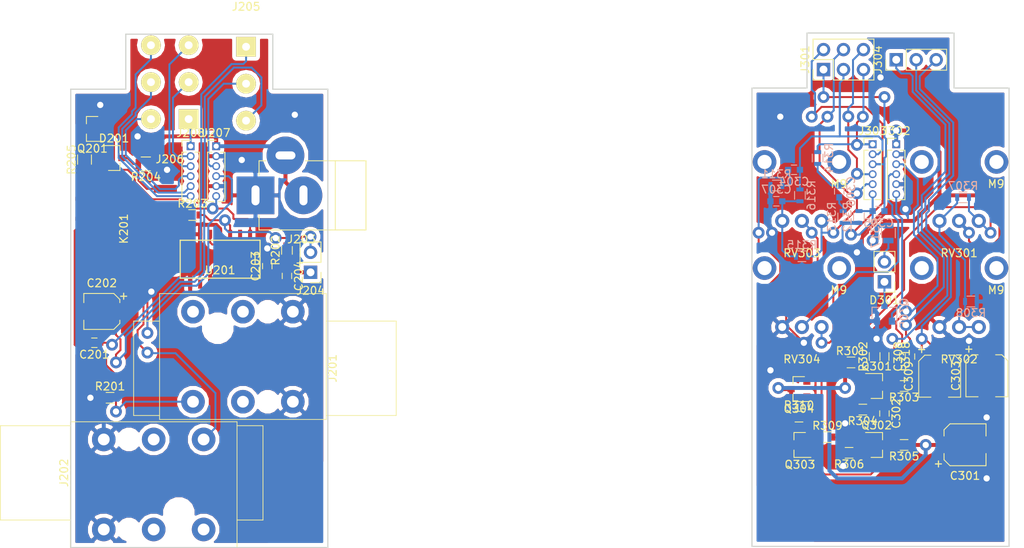
<source format=kicad_pcb>
(kicad_pcb (version 4) (host pcbnew 4.0.7)
  (layers (0 F.Cu signal) (31 B.Cu signal) (34 B.Paste user) (35 F.Paste user) (36 B.SilkS user) (37 F.SilkS user) (38 B.Mask user) (39 F.Mask user) (44 Edge.Cuts user))
  (net 0 "")
  (net 1 "Net-(C201-Pad2)")
  (net 2 "Net-(C201-Pad1)")
  (net 3 "Net-(C202-Pad1)")
  (net 4 VSS)
  (net 5 VDD)
  (net 6 VAA)
  (net 7 GNDD)
  (net 8 "Net-(C302-Pad2)")
  (net 9 "Net-(C302-Pad1)")
  (net 10 "/Hot Silicon/EQ_SW_1_2B")
  (net 11 "Net-(C304-Pad1)")
  (net 12 "/Hot Silicon/EQ_SW_1_3B")
  (net 13 "/Hot Silicon/EQ_SW_2_3B")
  (net 14 "/Hot Silicon/EQ_SW_2_1B")
  (net 15 "Net-(C306-Pad1)")
  (net 16 "Net-(C307-Pad1)")
  (net 17 "Net-(D201-Pad1)")
  (net 18 /CONNECTORS/AUDIO_IN)
  (net 19 /CONNECTORS/AUDIO_OUT)
  (net 20 /CONNECTORS/FX_IN_A)
  (net 21 /CONNECTORS/EQ_SW_1_1B)
  (net 22 /CONNECTORS/EQ_SW_2_1B)
  (net 23 /CONNECTORS/EQ_SW_1_2B)
  (net 24 /CONNECTORS/EQ_SW_2_2B)
  (net 25 /CONNECTORS/EQ_SW_1_3B)
  (net 26 /CONNECTORS/EQ_SW_2_3B)
  (net 27 /CONNECTORS/FX_OUT_A)
  (net 28 /CONNECTORS/BYPASS_CMD)
  (net 29 "/Hot Silicon/EQ_SW_2_2B")
  (net 30 "/Hot Silicon/EQ_SW_1_1B")
  (net 31 "/Hot Silicon/FX_IN_B")
  (net 32 "/Hot Silicon/LED_CMD_B")
  (net 33 "Net-(K201-Pad2)")
  (net 34 "Net-(Q301-Pad2)")
  (net 35 "Net-(Q302-Pad2)")
  (net 36 "Net-(Q302-Pad3)")
  (net 37 "Net-(Q303-Pad2)")
  (net 38 "Net-(Q303-Pad3)")
  (net 39 "Net-(R202-Pad2)")
  (net 40 "Net-(R307-Pad2)")
  (net 41 "Net-(U201-Pad2)")
  (net 42 "Net-(D201-Pad3)")
  (net 43 "Net-(Q201-Pad3)")
  (net 44 "Net-(C308-Pad2)")
  (net 45 "Net-(C309-Pad1)")
  (net 46 "Net-(J304-Pad2)")
  (net 47 "Net-(C204-Pad1)")
  (net 48 "Net-(C303-Pad1)")
  (net 49 "Net-(D301-Pad1)")
  (net 50 "Net-(D301-Pad2)")
  (net 51 "/Hot Silicon/FX_OUT_B")
  (net 52 "Net-(RV303-Pad2)")
  (module TO_SOT_Packages_SMD:SOT-23 (layer F.Cu) (at 129.25 90.75 180)
    (fp_text reference Q303 (at 0 -2.5 180) (layer F.SilkS))
    (fp_text value MMBT5089)
    (pad 1 smd rect (at -1 -0.95 180) (size 0.9 0.8) (layers F.Cu F.Paste F.Mask) (net 36 "Net-(Q302-Pad3)"))
    (pad 2 smd rect (at -1 0.95 180) (size 0.9 0.8) (layers F.Cu F.Paste F.Mask) (net 37 "Net-(Q303-Pad2)"))
    (pad 3 smd rect (at 1 0 180) (size 0.9 0.8) (layers F.Cu F.Paste F.Mask) (net 38 "Net-(Q303-Pad3)"))
  )
  (module Capacitors_SMD:CP_Elec_5x5.3 (layer F.Cu) (at 150.25 90.75)
    (fp_text reference C301 (at 0 3.92) (layer F.SilkS))
    (fp_text value 47u)
    (fp_text user + (at -3.38 2.34) (layer F.SilkS))
    (pad 1 smd rect (at -2.2 0 180) (size 3 1.6) (layers F.Cu F.Paste F.Mask) (net 6 VAA))
    (pad 2 smd rect (at 2.2 0 180) (size 3 1.6) (layers F.Cu F.Paste F.Mask) (net 7 GNDD))
  )
  (module TO_SOT_Packages_SMD:SOT-23 (layer F.Cu) (at 39.25 50.55 180)
    (fp_text reference Q201 (at 0 -2.5 180) (layer F.SilkS))
    (fp_text value DTC123Y)
    (pad 1 smd rect (at -1 -0.95 180) (size 0.9 0.8) (layers F.Cu F.Paste F.Mask) (net 28 /CONNECTORS/BYPASS_CMD))
    (pad 2 smd rect (at -1 0.95 180) (size 0.9 0.8) (layers F.Cu F.Paste F.Mask) (net 4 VSS))
    (pad 3 smd rect (at 1 0 180) (size 0.9 0.8) (layers F.Cu F.Paste F.Mask) (net 43 "Net-(Q201-Pad3)"))
  )
  (module Capacitors_SMD:C_0603 (layer F.Cu) (at 39.5 77.75 180)
    (fp_text reference C201 (at 0 -1.5 180) (layer F.SilkS))
    (fp_text value 100n)
    (pad 2 smd rect (at 0.75 0 180) (size 0.8 0.75) (layers F.Cu F.Paste F.Mask) (net 1 "Net-(C201-Pad2)"))
    (pad 1 smd rect (at -0.75 0 180) (size 0.8 0.75) (layers F.Cu F.Paste F.Mask) (net 2 "Net-(C201-Pad1)"))
  )
  (module Capacitors_SMD:CP_Elec_4x4.5 (layer F.Cu) (at 40.45 73.75 180)
    (fp_text reference C202 (at 0 3.58 360) (layer F.SilkS))
    (fp_text value 10u)
    (fp_text user + (at -2.78 1.99 360) (layer F.SilkS))
    (pad 1 smd rect (at -1.8 0) (size 2.6 1.6) (layers F.Cu F.Paste F.Mask) (net 3 "Net-(C202-Pad1)"))
    (pad 2 smd rect (at 1.8 0) (size 2.6 1.6) (layers F.Cu F.Paste F.Mask) (net 1 "Net-(C201-Pad2)"))
  )
  (module Capacitors_SMD:C_0603 (layer F.Cu) (at 61.5 68 90)
    (fp_text reference C203 (at 0 -1.5 90) (layer F.SilkS))
    (fp_text value 100n)
    (pad 2 smd rect (at 0.75 0 90) (size 0.8 0.75) (layers F.Cu F.Paste F.Mask) (net 4 VSS))
    (pad 1 smd rect (at -0.75 0 90) (size 0.8 0.75) (layers F.Cu F.Paste F.Mask) (net 5 VDD))
  )
  (module Capacitors_SMD:C_0603 (layer F.Cu) (at 140 86.75 270)
    (fp_text reference C302 (at 0 -1.5 270) (layer F.SilkS))
    (fp_text value 100n)
    (pad 2 smd rect (at 0.75 0 270) (size 0.8 0.75) (layers F.Cu F.Paste F.Mask) (net 8 "Net-(C302-Pad2)"))
    (pad 1 smd rect (at -0.75 0 270) (size 0.8 0.75) (layers F.Cu F.Paste F.Mask) (net 9 "Net-(C302-Pad1)"))
  )
  (module Capacitors_SMD:CP_Elec_5x5.3 (layer F.Cu) (at 153 81.95 270)
    (fp_text reference C303 (at 0 3.92 270) (layer F.SilkS))
    (fp_text value 4.7u)
    (fp_text user + (at -3.38 2.34 270) (layer F.SilkS))
    (pad 1 smd rect (at -2.2 0 90) (size 3 1.6) (layers F.Cu F.Paste F.Mask) (net 48 "Net-(C303-Pad1)"))
    (pad 2 smd rect (at 2.2 0 90) (size 3 1.6) (layers F.Cu F.Paste F.Mask) (net 7 GNDD))
  )
  (module Capacitors_SMD:C_0603 (layer B.Cu) (at 128.5 55.75)
    (fp_text reference C304 (at 0 1.5) (layer B.SilkS) (effects (justify mirror)))
    (fp_text value 100n)
    (pad 2 smd rect (at 0.75 0) (size 0.8 0.75) (layers B.Cu B.Paste B.Mask) (net 10 "/Hot Silicon/EQ_SW_1_2B"))
    (pad 1 smd rect (at -0.75 0) (size 0.8 0.75) (layers B.Cu B.Paste B.Mask) (net 11 "Net-(C304-Pad1)"))
  )
  (module Capacitors_SMD:C_0603 (layer B.Cu) (at 139.25 61)
    (fp_text reference C305 (at 0 1.5) (layer B.SilkS) (effects (justify mirror)))
    (fp_text value 4.7n)
    (pad 2 smd rect (at 0.75 0) (size 0.8 0.75) (layers B.Cu B.Paste B.Mask) (net 12 "/Hot Silicon/EQ_SW_1_3B"))
    (pad 1 smd rect (at -0.75 0) (size 0.8 0.75) (layers B.Cu B.Paste B.Mask) (net 13 "/Hot Silicon/EQ_SW_2_3B"))
  )
  (module Capacitors_SMD:C_0603 (layer B.Cu) (at 134.25 58.5 90)
    (fp_text reference C306 (at 0 1.5 90) (layer B.SilkS) (effects (justify mirror)))
    (fp_text value 100n)
    (pad 2 smd rect (at 0.75 0 90) (size 0.8 0.75) (layers B.Cu B.Paste B.Mask) (net 14 "/Hot Silicon/EQ_SW_2_1B"))
    (pad 1 smd rect (at -0.75 0 90) (size 0.8 0.75) (layers B.Cu B.Paste B.Mask) (net 15 "Net-(C306-Pad1)"))
  )
  (module Capacitors_SMD:C_0603 (layer B.Cu) (at 126.25 59.75 180)
    (fp_text reference C307 (at 0 1.5 180) (layer B.SilkS) (effects (justify mirror)))
    (fp_text value 10n)
    (pad 2 smd rect (at 0.75 0 180) (size 0.8 0.75) (layers B.Cu B.Paste B.Mask) (net 7 GNDD))
    (pad 1 smd rect (at -0.75 0 180) (size 0.8 0.75) (layers B.Cu B.Paste B.Mask) (net 16 "Net-(C307-Pad1)"))
  )
  (module TO_SOT_Packages_SMD:SOT-23 (layer F.Cu) (at 42 54.25)
    (fp_text reference D201 (at 0 -2.5) (layer F.SilkS))
    (fp_text value BAS21)
    (pad 1 smd rect (at -1 -0.95) (size 0.9 0.8) (layers F.Cu F.Paste F.Mask) (net 17 "Net-(D201-Pad1)"))
    (pad 2 smd rect (at -1 0.95) (size 0.9 0.8) (layers F.Cu F.Paste F.Mask))
    (pad 3 smd rect (at 1 0) (size 0.9 0.8) (layers F.Cu F.Paste F.Mask) (net 42 "Net-(D201-Pad3)"))
  )
  (module Pin_Headers:Pin_Header_Straight_1x02_Pitch2.54mm (layer F.Cu) (at 140 70 180)
    (fp_text reference D301 (at 0 -2.33 180) (layer F.SilkS))
    (fp_text value LED)
    (pad 1 thru_hole rect (at 0 0 180) (size 1.7 1.7) (drill 1) (layers *.Cu *.Mask) (net 49 "Net-(D301-Pad1)"))
    (pad 2 thru_hole oval (at 0 2.54 180) (size 1.7 1.7) (drill 1) (layers *.Cu *.Mask) (net 50 "Net-(D301-Pad2)"))
  )
  (module flax_lib:CLIFF_FCR5005x (layer F.Cu) (at 69 81 90)
    (fp_text reference J201 (at 0 0.8 90) (layer F.SilkS))
    (fp_text value JACK_IN)
    (pad 4 thru_hole circle (at 7.2 -4.25 90) (size 3 3) (drill 1.5) (layers *.Cu *.Mask) (net 4 VSS))
    (pad 5 thru_hole circle (at 7.2 -10.6 90) (size 3 3) (drill 1.5) (layers *.Cu *.Mask))
    (pad 3 thru_hole circle (at -4.25 -16.95 90) (size 3 3) (drill 1.5) (layers *.Cu *.Mask) (net 18 /CONNECTORS/AUDIO_IN))
    (pad 6 thru_hole circle (at 7.2 -16.95 90) (size 3 3) (drill 1.5) (layers *.Cu *.Mask))
    (pad 1 thru_hole circle (at -4.25 -4.25 90) (size 3 3) (drill 1.5) (layers *.Cu *.Mask) (net 4 VSS))
    (pad 2 thru_hole circle (at -4.25 -10.6 90) (size 3 3) (drill 1.5) (layers *.Cu *.Mask))
    (pad "" np_thru_hole circle (at -4.25 -7.45 90) (size 2 2) (drill 2) (layers *.Cu *.Mask))
    (pad "" np_thru_hole circle (at 7.2 -7.45 90) (size 2 2) (drill 2) (layers *.Cu *.Mask))
    (pad "" np_thru_hole circle (at 5.1 -13.8 90) (size 3 3) (drill 3) (layers *.Cu *.Mask))
  )
  (module flax_lib:CLIFF_FCR5005x (layer F.Cu) (at 36.45 94.3 270)
    (fp_text reference J202 (at 0 0.8 270) (layer F.SilkS))
    (fp_text value JACK_OUT)
    (pad 4 thru_hole circle (at 7.2 -4.25 270) (size 3 3) (drill 1.5) (layers *.Cu *.Mask) (net 4 VSS))
    (pad 5 thru_hole circle (at 7.2 -10.6 270) (size 3 3) (drill 1.5) (layers *.Cu *.Mask))
    (pad 3 thru_hole circle (at -4.25 -16.95 270) (size 3 3) (drill 1.5) (layers *.Cu *.Mask) (net 19 /CONNECTORS/AUDIO_OUT))
    (pad 6 thru_hole circle (at 7.2 -16.95 270) (size 3 3) (drill 1.5) (layers *.Cu *.Mask))
    (pad 1 thru_hole circle (at -4.25 -4.25 270) (size 3 3) (drill 1.5) (layers *.Cu *.Mask) (net 4 VSS))
    (pad 2 thru_hole circle (at -4.25 -10.6 270) (size 3 3) (drill 1.5) (layers *.Cu *.Mask))
    (pad "" np_thru_hole circle (at -4.25 -7.45 270) (size 2 2) (drill 2) (layers *.Cu *.Mask))
    (pad "" np_thru_hole circle (at 7.2 -7.45 270) (size 2 2) (drill 2) (layers *.Cu *.Mask))
    (pad "" np_thru_hole circle (at 5.1 -13.8 270) (size 3 3) (drill 3) (layers *.Cu *.Mask))
  )
  (module Connect:JACK_ALIM (layer F.Cu) (at 60 59 180)
    (fp_text reference J203 (at -5.84 -5.59 180) (layer F.SilkS))
    (fp_text value CONN_PSU)
    (pad 2 thru_hole circle (at -6.1 0 180) (size 4.8 4.8) (drill oval 1.02 2.54) (layers *.Cu *.Mask) (net 5 VDD))
    (pad 1 thru_hole rect (at 0 0 180) (size 4.8 4.8) (drill oval 1.02 2.54) (layers *.Cu *.Mask) (net 4 VSS))
    (pad 3 thru_hole circle (at -3.81 5.08 180) (size 4.8 4.8) (drill oval 2.54 1.02) (layers *.Cu *.Mask) (net 5 VDD))
  )
  (module Pin_Headers:Pin_Header_Straight_1x02_Pitch2.54mm (layer F.Cu) (at 67 68.79 180)
    (fp_text reference J204 (at 0 -2.33 180) (layer F.SilkS))
    (fp_text value SW_BYPASS)
    (pad 1 thru_hole rect (at 0 0 180) (size 1.7 1.7) (drill 1) (layers *.Cu *.Mask) (net 5 VDD))
    (pad 2 thru_hole oval (at 0 2.54 180) (size 1.7 1.7) (drill 1) (layers *.Cu *.Mask) (net 47 "Net-(C204-Pad1)"))
  )
  (module Pin_Headers:Pin_Header_Straight_2x03_Pitch2.54mm (layer F.Cu) (at 132.25 43 90)
    (fp_text reference J301 (at 1.27 -2.33 90) (layer F.SilkS))
    (fp_text value SW_EQ_B)
    (pad 1 thru_hole rect (at 0 0 90) (size 1.7 1.7) (drill 1) (layers *.Cu *.Mask) (net 12 "/Hot Silicon/EQ_SW_1_3B"))
    (pad 2 thru_hole oval (at 2.54 0 90) (size 1.7 1.7) (drill 1) (layers *.Cu *.Mask) (net 13 "/Hot Silicon/EQ_SW_2_3B"))
    (pad 3 thru_hole oval (at 0 2.54 90) (size 1.7 1.7) (drill 1) (layers *.Cu *.Mask) (net 10 "/Hot Silicon/EQ_SW_1_2B"))
    (pad 4 thru_hole oval (at 2.54 2.54 90) (size 1.7 1.7) (drill 1) (layers *.Cu *.Mask) (net 29 "/Hot Silicon/EQ_SW_2_2B"))
    (pad 5 thru_hole oval (at 0 5.08 90) (size 1.7 1.7) (drill 1) (layers *.Cu *.Mask) (net 30 "/Hot Silicon/EQ_SW_1_1B"))
    (pad 6 thru_hole oval (at 2.54 5.08 90) (size 1.7 1.7) (drill 1) (layers *.Cu *.Mask) (net 14 "/Hot Silicon/EQ_SW_2_1B"))
  )
  (module flax_lib:TQ2SA (layer F.Cu) (at 43.75 63.25 270)
    (fp_text reference K201 (at 0 0.5 270) (layer F.SilkS))
    (fp_text value TQ2SA-5V)
    (pad 1 smd rect (at -5.08 -4.78 270) (size 1 2.94) (layers F.Cu F.Paste F.Mask) (net 42 "Net-(D201-Pad3)"))
    (pad 2 smd rect (at -2.54 -4.78 270) (size 1 2.94) (layers F.Cu F.Paste F.Mask) (net 33 "Net-(K201-Pad2)"))
    (pad 3 smd rect (at 0 -4.78 270) (size 1 2.94) (layers F.Cu F.Paste F.Mask) (net 19 /CONNECTORS/AUDIO_OUT))
    (pad 4 smd rect (at 2.54 -4.78 270) (size 1 2.94) (layers F.Cu F.Paste F.Mask) (net 27 /CONNECTORS/FX_OUT_A))
    (pad 5 smd rect (at 5.08 -4.78 270) (size 1 2.94) (layers F.Cu F.Paste F.Mask))
    (pad 6 smd rect (at 5.08 4.78 270) (size 1 2.94) (layers F.Cu F.Paste F.Mask))
    (pad 7 smd rect (at 2.54 4.78 270) (size 1 2.94) (layers F.Cu F.Paste F.Mask) (net 1 "Net-(C201-Pad2)"))
    (pad 8 smd rect (at 0 4.78 270) (size 1 2.94) (layers F.Cu F.Paste F.Mask) (net 18 /CONNECTORS/AUDIO_IN))
    (pad 9 smd rect (at -2.54 4.78 270) (size 1 2.94) (layers F.Cu F.Paste F.Mask) (net 33 "Net-(K201-Pad2)"))
    (pad 10 smd rect (at -5.08 4.78 270) (size 1 2.94) (layers F.Cu F.Paste F.Mask) (net 17 "Net-(D201-Pad1)"))
  )
  (module TO_SOT_Packages_SMD:SOT-23 (layer F.Cu) (at 139 83.25)
    (fp_text reference Q301 (at 0 -2.5) (layer F.SilkS))
    (fp_text value MMBT5089)
    (pad 1 smd rect (at -1 -0.95) (size 0.9 0.8) (layers F.Cu F.Paste F.Mask) (net 46 "Net-(J304-Pad2)"))
    (pad 2 smd rect (at -1 0.95) (size 0.9 0.8) (layers F.Cu F.Paste F.Mask) (net 34 "Net-(Q301-Pad2)"))
    (pad 3 smd rect (at 1 0) (size 0.9 0.8) (layers F.Cu F.Paste F.Mask) (net 9 "Net-(C302-Pad1)"))
  )
  (module TO_SOT_Packages_SMD:SOT-23 (layer F.Cu) (at 139 90.75)
    (fp_text reference Q302 (at 0 -2.5) (layer F.SilkS))
    (fp_text value MMBT5089)
    (pad 1 smd rect (at -1 -0.95) (size 0.9 0.8) (layers F.Cu F.Paste F.Mask) (net 8 "Net-(C302-Pad2)"))
    (pad 2 smd rect (at -1 0.95) (size 0.9 0.8) (layers F.Cu F.Paste F.Mask) (net 35 "Net-(Q302-Pad2)"))
    (pad 3 smd rect (at 1 0) (size 0.9 0.8) (layers F.Cu F.Paste F.Mask) (net 36 "Net-(Q302-Pad3)"))
  )
  (module TO_SOT_Packages_SMD:SOT-23 (layer F.Cu) (at 129.129296 83.644254 180)
    (fp_text reference Q304 (at 0 -2.5 180) (layer F.SilkS))
    (fp_text value MMBT5089)
    (pad 1 smd rect (at -1 -0.95 180) (size 0.9 0.8) (layers F.Cu F.Paste F.Mask) (net 38 "Net-(Q303-Pad3)"))
    (pad 2 smd rect (at -1 0.95 180) (size 0.9 0.8) (layers F.Cu F.Paste F.Mask) (net 11 "Net-(C304-Pad1)"))
    (pad 3 smd rect (at 1 0 180) (size 0.9 0.8) (layers F.Cu F.Paste F.Mask) (net 6 VAA))
  )
  (module TO_SOT_Packages_SMD:SOT-23 (layer B.Cu) (at 140 74 90)
    (fp_text reference Q305 (at 0 2.5 90) (layer B.SilkS) (effects (justify mirror)))
    (fp_text value DTC123Y)
    (pad 1 smd rect (at -1 0.95 90) (size 0.9 0.8) (layers B.Cu B.Paste B.Mask) (net 32 "/Hot Silicon/LED_CMD_B"))
    (pad 2 smd rect (at -1 -0.95 90) (size 0.9 0.8) (layers B.Cu B.Paste B.Mask) (net 7 GNDD))
    (pad 3 smd rect (at 1 0 90) (size 0.9 0.8) (layers B.Cu B.Paste B.Mask) (net 49 "Net-(D301-Pad1)"))
  )
  (module Resistors_SMD:R_0603 (layer F.Cu) (at 41.5 84.75)
    (fp_text reference R201 (at 0 -1.45) (layer F.SilkS))
    (fp_text value 2M2)
    (pad 1 smd rect (at -0.75 0) (size 0.5 0.9) (layers F.Cu F.Paste F.Mask) (net 4 VSS))
    (pad 2 smd rect (at 0.75 0) (size 0.5 0.9) (layers F.Cu F.Paste F.Mask) (net 18 /CONNECTORS/AUDIO_IN))
  )
  (module Resistors_SMD:R_0603 (layer F.Cu) (at 64 66 90)
    (fp_text reference R202 (at 0 -1.45 90) (layer F.SilkS))
    (fp_text value 100)
    (pad 1 smd rect (at -0.75 0 90) (size 0.5 0.9) (layers F.Cu F.Paste F.Mask) (net 47 "Net-(C204-Pad1)"))
    (pad 2 smd rect (at 0.75 0 90) (size 0.5 0.9) (layers F.Cu F.Paste F.Mask) (net 39 "Net-(R202-Pad2)"))
  )
  (module Resistors_SMD:R_0603 (layer F.Cu) (at 52 61.5)
    (fp_text reference R203 (at 0 -1.45) (layer F.SilkS))
    (fp_text value 10k)
    (pad 1 smd rect (at -0.75 0) (size 0.5 0.9) (layers F.Cu F.Paste F.Mask) (net 4 VSS))
    (pad 2 smd rect (at 0.75 0) (size 0.5 0.9) (layers F.Cu F.Paste F.Mask) (net 39 "Net-(R202-Pad2)"))
  )
  (module Resistors_SMD:R_0603 (layer F.Cu) (at 135.75 80.25)
    (fp_text reference R301 (at 0 -1.45) (layer F.SilkS))
    (fp_text value 150k)
    (pad 1 smd rect (at -0.75 0) (size 0.5 0.9) (layers F.Cu F.Paste F.Mask) (net 6 VAA))
    (pad 2 smd rect (at 0.75 0) (size 0.5 0.9) (layers F.Cu F.Paste F.Mask) (net 46 "Net-(J304-Pad2)"))
  )
  (module Resistors_SMD:R_0603 (layer F.Cu) (at 138.75 79.5 90)
    (fp_text reference R302 (at 0 -1.45 90) (layer F.SilkS))
    (fp_text value 22k)
    (pad 1 smd rect (at -0.75 0 90) (size 0.5 0.9) (layers F.Cu F.Paste F.Mask) (net 46 "Net-(J304-Pad2)"))
    (pad 2 smd rect (at 0.75 0 90) (size 0.5 0.9) (layers F.Cu F.Paste F.Mask) (net 7 GNDD))
  )
  (module Resistors_SMD:R_0603 (layer F.Cu) (at 142.5 83.25 180)
    (fp_text reference R303 (at 0 -1.45 180) (layer F.SilkS))
    (fp_text value 10k)
    (pad 1 smd rect (at -0.75 0 180) (size 0.5 0.9) (layers F.Cu F.Paste F.Mask) (net 6 VAA))
    (pad 2 smd rect (at 0.75 0 180) (size 0.5 0.9) (layers F.Cu F.Paste F.Mask) (net 9 "Net-(C302-Pad1)"))
  )
  (module Resistors_SMD:R_0603 (layer F.Cu) (at 137.25 86.25 180)
    (fp_text reference R304 (at 0 -1.45 180) (layer F.SilkS))
    (fp_text value 1k)
    (pad 1 smd rect (at -0.75 0 180) (size 0.5 0.9) (layers F.Cu F.Paste F.Mask) (net 34 "Net-(Q301-Pad2)"))
    (pad 2 smd rect (at 0.75 0 180) (size 0.5 0.9) (layers F.Cu F.Paste F.Mask) (net 7 GNDD))
  )
  (module Resistors_SMD:R_0603 (layer F.Cu) (at 142.5 90.75 180)
    (fp_text reference R305 (at 0 -1.45 180) (layer F.SilkS))
    (fp_text value 10k)
    (pad 1 smd rect (at -0.75 0 180) (size 0.5 0.9) (layers F.Cu F.Paste F.Mask) (net 6 VAA))
    (pad 2 smd rect (at 0.75 0 180) (size 0.5 0.9) (layers F.Cu F.Paste F.Mask) (net 36 "Net-(Q302-Pad3)"))
  )
  (module Resistors_SMD:R_0603 (layer F.Cu) (at 135.5 91.75 180)
    (fp_text reference R306 (at 0 -1.45 180) (layer F.SilkS))
    (fp_text value 100)
    (pad 1 smd rect (at -0.75 0 180) (size 0.5 0.9) (layers F.Cu F.Paste F.Mask) (net 35 "Net-(Q302-Pad2)"))
    (pad 2 smd rect (at 0.75 0 180) (size 0.5 0.9) (layers F.Cu F.Paste F.Mask) (net 7 GNDD))
  )
  (module Resistors_SMD:R_0603 (layer B.Cu) (at 150 59.25 180)
    (fp_text reference R307 (at 0 1.45 180) (layer B.SilkS) (effects (justify mirror)))
    (fp_text value 1k)
    (pad 1 smd rect (at -0.75 0 180) (size 0.5 0.9) (layers B.Cu B.Paste B.Mask) (net 37 "Net-(Q303-Pad2)"))
    (pad 2 smd rect (at 0.75 0 180) (size 0.5 0.9) (layers B.Cu B.Paste B.Mask) (net 40 "Net-(R307-Pad2)"))
  )
  (module Resistors_SMD:R_0603 (layer B.Cu) (at 151 72.5)
    (fp_text reference R308 (at 0 1.45) (layer B.SilkS) (effects (justify mirror)))
    (fp_text value 4k7)
    (pad 1 smd rect (at -0.75 0) (size 0.5 0.9) (layers B.Cu B.Paste B.Mask) (net 40 "Net-(R307-Pad2)"))
    (pad 2 smd rect (at 0.75 0) (size 0.5 0.9) (layers B.Cu B.Paste B.Mask) (net 7 GNDD))
  )
  (module Resistors_SMD:R_0603 (layer F.Cu) (at 132.75 89.75)
    (fp_text reference R309 (at 0 -1.45) (layer F.SilkS))
    (fp_text value 47k)
    (pad 1 smd rect (at -0.75 0) (size 0.5 0.9) (layers F.Cu F.Paste F.Mask) (net 37 "Net-(Q303-Pad2)"))
    (pad 2 smd rect (at 0.75 0) (size 0.5 0.9) (layers F.Cu F.Paste F.Mask) (net 8 "Net-(C302-Pad2)"))
  )
  (module Resistors_SMD:R_0603 (layer F.Cu) (at 129.129296 87.144254)
    (fp_text reference R310 (at 0 -1.45) (layer F.SilkS))
    (fp_text value 10k)
    (pad 1 smd rect (at -0.75 0) (size 0.5 0.9) (layers F.Cu F.Paste F.Mask) (net 6 VAA))
    (pad 2 smd rect (at 0.75 0) (size 0.5 0.9) (layers F.Cu F.Paste F.Mask) (net 38 "Net-(Q303-Pad3)"))
  )
  (module Resistors_SMD:R_0603 (layer B.Cu) (at 126.25 57.75 180)
    (fp_text reference R311 (at 0 1.45 180) (layer B.SilkS) (effects (justify mirror)))
    (fp_text value 10k)
    (pad 1 smd rect (at -0.75 0 180) (size 0.5 0.9) (layers B.Cu B.Paste B.Mask) (net 11 "Net-(C304-Pad1)"))
    (pad 2 smd rect (at 0.75 0 180) (size 0.5 0.9) (layers B.Cu B.Paste B.Mask) (net 7 GNDD))
  )
  (module Resistors_SMD:R_0603 (layer B.Cu) (at 136.75 61.75 270)
    (fp_text reference R312 (at 0 1.45 270) (layer B.SilkS) (effects (justify mirror)))
    (fp_text value 22k)
    (pad 1 smd rect (at -0.75 0 270) (size 0.5 0.9) (layers B.Cu B.Paste B.Mask) (net 13 "/Hot Silicon/EQ_SW_2_3B"))
    (pad 2 smd rect (at 0.75 0 270) (size 0.5 0.9) (layers B.Cu B.Paste B.Mask) (net 7 GNDD))
  )
  (module Resistors_SMD:R_0603 (layer B.Cu) (at 134.75 61.75 270)
    (fp_text reference R313 (at 0 1.45 270) (layer B.SilkS) (effects (justify mirror)))
    (fp_text value 2k2)
    (pad 1 smd rect (at -0.75 0 270) (size 0.5 0.9) (layers B.Cu B.Paste B.Mask) (net 15 "Net-(C306-Pad1)"))
    (pad 2 smd rect (at 0.75 0 270) (size 0.5 0.9) (layers B.Cu B.Paste B.Mask) (net 7 GNDD))
  )
  (module Resistors_SMD:R_0603 (layer B.Cu) (at 131.5 54.25 90)
    (fp_text reference R314 (at 0 1.45 90) (layer B.SilkS) (effects (justify mirror)))
    (fp_text value 10k)
    (pad 1 smd rect (at -0.75 0 90) (size 0.5 0.9) (layers B.Cu B.Paste B.Mask) (net 14 "/Hot Silicon/EQ_SW_2_1B"))
    (pad 2 smd rect (at 0.75 0 90) (size 0.5 0.9) (layers B.Cu B.Paste B.Mask) (net 30 "/Hot Silicon/EQ_SW_1_1B"))
  )
  (module Resistors_SMD:R_0603 (layer B.Cu) (at 129.5 66.75 180)
    (fp_text reference R315 (at 0 1.45 180) (layer B.SilkS) (effects (justify mirror)))
    (fp_text value 47k)
    (pad 1 smd rect (at -0.75 0 180) (size 0.5 0.9) (layers B.Cu B.Paste B.Mask) (net 29 "/Hot Silicon/EQ_SW_2_2B"))
    (pad 2 smd rect (at 0.75 0 180) (size 0.5 0.9) (layers B.Cu B.Paste B.Mask) (net 16 "Net-(C307-Pad1)"))
  )
  (module Resistors_SMD:R_0603 (layer B.Cu) (at 129.25 59 90)
    (fp_text reference R316 (at 0 1.45 90) (layer B.SilkS) (effects (justify mirror)))
    (fp_text value 33k)
    (pad 1 smd rect (at -0.75 0 90) (size 0.5 0.9) (layers B.Cu B.Paste B.Mask) (net 16 "Net-(C307-Pad1)"))
    (pad 2 smd rect (at 0.75 0 90) (size 0.5 0.9) (layers B.Cu B.Paste B.Mask) (net 10 "/Hot Silicon/EQ_SW_1_2B"))
  )
  (module Resistors_SMD:R_0805 (layer B.Cu) (at 140.5 63.8 270)
    (fp_text reference R317 (at 0 1.65 270) (layer B.SilkS) (effects (justify mirror)))
    (fp_text value 330)
    (pad 1 smd rect (at -0.95 0 270) (size 0.7 1.3) (layers B.Cu B.Paste B.Mask) (net 6 VAA))
    (pad 2 smd rect (at 0.95 0 270) (size 0.7 1.3) (layers B.Cu B.Paste B.Mask) (net 50 "Net-(D301-Pad2)"))
  )
  (module flax_lib:ALPS_RK09L (layer F.Cu) (at 149.5 62.25)
    (fp_text reference RV301 (at 0 4.1) (layer F.SilkS))
    (fp_text value GAIN)
    (fp_text user M9 (at 4.7 -4.7) (layer F.SilkS))
    (pad 1 thru_hole circle (at -2.5 0) (size 1.8 1.8) (drill 1) (layers *.Cu *.Mask) (net 40 "Net-(R307-Pad2)"))
    (pad 2 thru_hole circle (at 0 0) (size 1.8 1.8) (drill 1) (layers *.Cu *.Mask) (net 48 "Net-(C303-Pad1)"))
    (pad 3 thru_hole circle (at 2.5 0) (size 1.8 1.8) (drill 1) (layers *.Cu *.Mask) (net 37 "Net-(Q303-Pad2)"))
    (pad "" np_thru_hole circle (at -4.75 -7.5) (size 3 3) (drill 1.8) (layers *.Cu *.Mask))
    (pad "" np_thru_hole circle (at 4.75 -7.5) (size 3 3) (drill 1.8) (layers *.Cu *.Mask))
  )
  (module flax_lib:ALPS_RK09L (layer F.Cu) (at 149.5 75.75)
    (fp_text reference RV302 (at 0 4.1) (layer F.SilkS))
    (fp_text value BIAS)
    (fp_text user M9 (at 4.7 -4.7) (layer F.SilkS))
    (pad 1 thru_hole circle (at -2.5 0) (size 1.8 1.8) (drill 1) (layers *.Cu *.Mask) (net 7 GNDD))
    (pad 2 thru_hole circle (at 0 0) (size 1.8 1.8) (drill 1) (layers *.Cu *.Mask) (net 40 "Net-(R307-Pad2)"))
    (pad 3 thru_hole circle (at 2.5 0) (size 1.8 1.8) (drill 1) (layers *.Cu *.Mask) (net 40 "Net-(R307-Pad2)"))
    (pad "" np_thru_hole circle (at -4.75 -7.5) (size 3 3) (drill 1.8) (layers *.Cu *.Mask))
    (pad "" np_thru_hole circle (at 4.75 -7.5) (size 3 3) (drill 1.8) (layers *.Cu *.Mask))
  )
  (module flax_lib:ALPS_RK09L (layer F.Cu) (at 129.5 62.25)
    (fp_text reference RV303 (at 0 4.1) (layer F.SilkS))
    (fp_text value TONE)
    (fp_text user M9 (at 4.7 -4.7) (layer F.SilkS))
    (pad 1 thru_hole circle (at -2.5 0) (size 1.8 1.8) (drill 1) (layers *.Cu *.Mask) (net 16 "Net-(C307-Pad1)"))
    (pad 2 thru_hole circle (at 0 0) (size 1.8 1.8) (drill 1) (layers *.Cu *.Mask) (net 52 "Net-(RV303-Pad2)"))
    (pad 3 thru_hole circle (at 2.5 0) (size 1.8 1.8) (drill 1) (layers *.Cu *.Mask) (net 29 "/Hot Silicon/EQ_SW_2_2B"))
    (pad "" np_thru_hole circle (at -4.75 -7.5) (size 3 3) (drill 1.8) (layers *.Cu *.Mask))
    (pad "" np_thru_hole circle (at 4.75 -7.5) (size 3 3) (drill 1.8) (layers *.Cu *.Mask))
  )
  (module flax_lib:ALPS_RK09L (layer F.Cu) (at 129.5 75.75)
    (fp_text reference RV304 (at 0 4.1) (layer F.SilkS))
    (fp_text value VOLUME)
    (fp_text user M9 (at 4.7 -4.7) (layer F.SilkS))
    (pad 1 thru_hole circle (at -2.5 0) (size 1.8 1.8) (drill 1) (layers *.Cu *.Mask) (net 7 GNDD))
    (pad 2 thru_hole circle (at 0 0) (size 1.8 1.8) (drill 1) (layers *.Cu *.Mask) (net 51 "/Hot Silicon/FX_OUT_B"))
    (pad 3 thru_hole circle (at 2.5 0) (size 1.8 1.8) (drill 1) (layers *.Cu *.Mask) (net 52 "Net-(RV303-Pad2)"))
    (pad "" np_thru_hole circle (at -4.75 -7.5) (size 3 3) (drill 1.8) (layers *.Cu *.Mask))
    (pad "" np_thru_hole circle (at 4.75 -7.5) (size 3 3) (drill 1.8) (layers *.Cu *.Mask))
  )
  (module SMD_Packages:SOIC-14_N (layer F.Cu) (at 55.5 67.25 180)
    (fp_text reference U201 (at 0 -1.27 180) (layer F.SilkS))
    (fp_text value 4013)
    (pad 1 smd rect (at -3.81 3.302 180) (size 0.508 1.143) (layers F.Cu F.Paste F.Mask) (net 28 /CONNECTORS/BYPASS_CMD))
    (pad 2 smd rect (at -2.54 3.302 180) (size 0.508 1.143) (layers F.Cu F.Paste F.Mask) (net 41 "Net-(U201-Pad2)"))
    (pad 3 smd rect (at -1.27 3.302 180) (size 0.508 1.143) (layers F.Cu F.Paste F.Mask) (net 39 "Net-(R202-Pad2)"))
    (pad 4 smd rect (at 0 3.302 180) (size 0.508 1.143) (layers F.Cu F.Paste F.Mask) (net 4 VSS))
    (pad 5 smd rect (at 1.27 3.302 180) (size 0.508 1.143) (layers F.Cu F.Paste F.Mask) (net 41 "Net-(U201-Pad2)"))
    (pad 6 smd rect (at 2.54 3.302 180) (size 0.508 1.143) (layers F.Cu F.Paste F.Mask) (net 4 VSS))
    (pad 7 smd rect (at 3.81 3.302 180) (size 0.508 1.143) (layers F.Cu F.Paste F.Mask) (net 4 VSS))
    (pad 8 smd rect (at 3.81 -3.048 180) (size 0.508 1.143) (layers F.Cu F.Paste F.Mask) (net 4 VSS))
    (pad 9 smd rect (at 2.54 -3.048 180) (size 0.508 1.143) (layers F.Cu F.Paste F.Mask))
    (pad 11 smd rect (at 0 -3.048 180) (size 0.508 1.143) (layers F.Cu F.Paste F.Mask))
    (pad 12 smd rect (at -1.27 -3.048 180) (size 0.508 1.143) (layers F.Cu F.Paste F.Mask))
    (pad 13 smd rect (at -2.54 -3.048 180) (size 0.508 1.143) (layers F.Cu F.Paste F.Mask))
    (pad 14 smd rect (at -3.81 -3.048 180) (size 0.508 1.143) (layers F.Cu F.Paste F.Mask) (net 5 VDD))
    (pad 10 smd rect (at 1.27 -3.048 180) (size 0.508 1.143) (layers F.Cu F.Paste F.Mask) (net 5 VDD))
  )
  (module Resistors_SMD:R_0805 (layer F.Cu) (at 46.05 55 180)
    (fp_text reference R204 (at 0 -1.65 180) (layer F.SilkS))
    (fp_text value 150)
    (pad 1 smd rect (at -0.95 0 180) (size 0.7 1.3) (layers F.Cu F.Paste F.Mask) (net 5 VDD))
    (pad 2 smd rect (at 0.95 0 180) (size 0.7 1.3) (layers F.Cu F.Paste F.Mask) (net 42 "Net-(D201-Pad3)"))
  )
  (module Resistors_SMD:R_0805 (layer F.Cu) (at 38.25 54.45 90)
    (fp_text reference R205 (at 0 -1.65 90) (layer F.SilkS))
    (fp_text value 150)
    (pad 1 smd rect (at -0.95 0 90) (size 0.7 1.3) (layers F.Cu F.Paste F.Mask) (net 17 "Net-(D201-Pad1)"))
    (pad 2 smd rect (at 0.95 0 90) (size 0.7 1.3) (layers F.Cu F.Paste F.Mask) (net 43 "Net-(Q201-Pad3)"))
  )
  (module Capacitors_SMD:C_0603 (layer F.Cu) (at 143.25 79.5 90)
    (fp_text reference C308 (at 0 -1.5 90) (layer F.SilkS))
    (fp_text value 10n)
    (pad 2 smd rect (at 0.75 0 90) (size 0.8 0.75) (layers F.Cu F.Paste F.Mask) (net 44 "Net-(C308-Pad2)"))
    (pad 1 smd rect (at -0.75 0 90) (size 0.8 0.75) (layers F.Cu F.Paste F.Mask) (net 31 "/Hot Silicon/FX_IN_B"))
  )
  (module Capacitors_SMD:CP_Elec_5x5.3 (layer F.Cu) (at 147 82 270)
    (fp_text reference C309 (at 0 3.92 270) (layer F.SilkS))
    (fp_text value 10u)
    (fp_text user + (at -3.38 2.34 270) (layer F.SilkS))
    (pad 1 smd rect (at -2.2 0 90) (size 3 1.6) (layers F.Cu F.Paste F.Mask) (net 45 "Net-(C309-Pad1)"))
    (pad 2 smd rect (at 2.2 0 90) (size 3 1.6) (layers F.Cu F.Paste F.Mask) (net 31 "/Hot Silicon/FX_IN_B"))
  )
  (module flax_lib:SW_SPDT_through_hole (layer F.Cu) (at 58.8 40.1)
    (fp_text reference J205 (at 0 -5.1) (layer F.SilkS))
    (fp_text value SW_FAT_A)
    (pad 1 thru_hole rect (at 0 0) (size 2.5 2.5) (drill 1) (layers *.Cu *.Mask F.SilkS) (net 2 "Net-(C201-Pad1)"))
    (pad 2 thru_hole oval (at 0 4.7) (size 2.5 2.5) (drill 1) (layers *.Cu *.Mask F.SilkS) (net 20 /CONNECTORS/FX_IN_A))
    (pad 3 thru_hole oval (at 0 9.4) (size 2.5 2.5) (drill 1) (layers *.Cu *.Mask F.SilkS) (net 3 "Net-(C202-Pad1)"))
  )
  (module flax_lib:SW_DPDT_through_hole (layer F.Cu) (at 49.1 49.3 180)
    (fp_text reference J206 (at 0 -5.1 180) (layer F.SilkS))
    (fp_text value SW_EQ_A)
    (pad 1 thru_hole rect (at -2.4 0 180) (size 2.5 2.5) (drill 1) (layers *.Cu *.Mask F.SilkS) (net 21 /CONNECTORS/EQ_SW_1_1B))
    (pad 2 thru_hole oval (at 2.4 0 180) (size 2.5 2.5) (drill 1) (layers *.Cu *.Mask F.SilkS) (net 22 /CONNECTORS/EQ_SW_2_1B))
    (pad 3 thru_hole oval (at -2.4 4.7 180) (size 2.5 2.5) (drill 1) (layers *.Cu *.Mask F.SilkS) (net 23 /CONNECTORS/EQ_SW_1_2B))
    (pad 4 thru_hole oval (at 2.4 4.7 180) (size 2.5 2.5) (drill 1) (layers *.Cu *.Mask F.SilkS) (net 24 /CONNECTORS/EQ_SW_2_2B))
    (pad 5 thru_hole oval (at -2.4 9.4 180) (size 2.5 2.5) (drill 1) (layers *.Cu *.Mask F.SilkS) (net 25 /CONNECTORS/EQ_SW_1_3B))
    (pad 6 thru_hole oval (at 2.4 9.4 180) (size 2.5 2.5) (drill 1) (layers *.Cu *.Mask F.SilkS) (net 26 /CONNECTORS/EQ_SW_2_3B))
  )
  (module Pin_Headers:Pin_Header_Straight_1x03_Pitch2.54mm (layer F.Cu) (at 141.5 41.75 90)
    (fp_text reference J304 (at 0 -2.33 90) (layer F.SilkS))
    (fp_text value SW_FAT_B)
    (pad 1 thru_hole rect (at 0 0 90) (size 1.7 1.7) (drill 1) (layers *.Cu *.Mask) (net 44 "Net-(C308-Pad2)"))
    (pad 2 thru_hole oval (at 0 2.54 90) (size 1.7 1.7) (drill 1) (layers *.Cu *.Mask) (net 46 "Net-(J304-Pad2)"))
    (pad 3 thru_hole oval (at 0 5.08 90) (size 1.7 1.7) (drill 1) (layers *.Cu *.Mask) (net 45 "Net-(C309-Pad1)"))
  )
  (module Resistors_SMD:R_0603 (layer F.Cu) (at 141.25 79.5 270)
    (fp_text reference R318 (at 0 -1.45 270) (layer F.SilkS))
    (fp_text value 0)
    (pad 1 smd rect (at -0.75 0 270) (size 0.5 0.9) (layers F.Cu F.Paste F.Mask) (net 46 "Net-(J304-Pad2)"))
    (pad 2 smd rect (at 0.75 0 270) (size 0.5 0.9) (layers F.Cu F.Paste F.Mask) (net 31 "/Hot Silicon/FX_IN_B"))
  )
  (module Pin_Headers:Pin_Header_Straight_1x06_Pitch1.27mm (layer F.Cu) (at 55 52.75)
    (fp_text reference J207 (at 0 -1.695) (layer F.SilkS))
    (fp_text value CONN_SIGNALS_A)
    (pad 1 thru_hole rect (at 0 0) (size 1 1) (drill 0.65) (layers *.Cu *.Mask) (net 5 VDD))
    (pad 2 thru_hole oval (at 0 1.27) (size 1 1) (drill 0.65) (layers *.Cu *.Mask) (net 4 VSS))
    (pad 3 thru_hole oval (at 0 2.54) (size 1 1) (drill 0.65) (layers *.Cu *.Mask) (net 20 /CONNECTORS/FX_IN_A))
    (pad 4 thru_hole oval (at 0 3.81) (size 1 1) (drill 0.65) (layers *.Cu *.Mask) (net 27 /CONNECTORS/FX_OUT_A))
    (pad 5 thru_hole oval (at 0 5.08) (size 1 1) (drill 0.65) (layers *.Cu *.Mask) (net 4 VSS))
    (pad 6 thru_hole oval (at 0 6.35) (size 1 1) (drill 0.65) (layers *.Cu *.Mask) (net 28 /CONNECTORS/BYPASS_CMD))
  )
  (module Pin_Headers:Pin_Header_Straight_1x06_Pitch1.27mm (layer F.Cu) (at 51.75 52.75)
    (fp_text reference J208 (at 0 -1.695) (layer F.SilkS))
    (fp_text value CONN_SW_EQ_A)
    (pad 1 thru_hole rect (at 0 0) (size 1 1) (drill 0.65) (layers *.Cu *.Mask) (net 21 /CONNECTORS/EQ_SW_1_1B))
    (pad 2 thru_hole oval (at 0 1.27) (size 1 1) (drill 0.65) (layers *.Cu *.Mask) (net 23 /CONNECTORS/EQ_SW_1_2B))
    (pad 3 thru_hole oval (at 0 2.54) (size 1 1) (drill 0.65) (layers *.Cu *.Mask) (net 25 /CONNECTORS/EQ_SW_1_3B))
    (pad 4 thru_hole oval (at 0 3.81) (size 1 1) (drill 0.65) (layers *.Cu *.Mask) (net 22 /CONNECTORS/EQ_SW_2_1B))
    (pad 5 thru_hole oval (at 0 5.08) (size 1 1) (drill 0.65) (layers *.Cu *.Mask) (net 24 /CONNECTORS/EQ_SW_2_2B))
    (pad 6 thru_hole oval (at 0 6.35) (size 1 1) (drill 0.65) (layers *.Cu *.Mask) (net 26 /CONNECTORS/EQ_SW_2_3B))
  )
  (module Pin_Headers:Pin_Header_Straight_1x06_Pitch1.27mm (layer F.Cu) (at 141.5 52.5)
    (fp_text reference J302 (at 0 -1.695) (layer F.SilkS))
    (fp_text value CONN_SIGNALS_B)
    (pad 1 thru_hole rect (at 0 0) (size 1 1) (drill 0.65) (layers *.Cu *.Mask) (net 6 VAA))
    (pad 2 thru_hole oval (at 0 1.27) (size 1 1) (drill 0.65) (layers *.Cu *.Mask) (net 7 GNDD))
    (pad 3 thru_hole oval (at 0 2.54) (size 1 1) (drill 0.65) (layers *.Cu *.Mask) (net 31 "/Hot Silicon/FX_IN_B"))
    (pad 4 thru_hole oval (at 0 3.81) (size 1 1) (drill 0.65) (layers *.Cu *.Mask) (net 51 "/Hot Silicon/FX_OUT_B"))
    (pad 5 thru_hole oval (at 0 5.08) (size 1 1) (drill 0.65) (layers *.Cu *.Mask) (net 7 GNDD))
    (pad 6 thru_hole oval (at 0 6.35) (size 1 1) (drill 0.65) (layers *.Cu *.Mask) (net 32 "/Hot Silicon/LED_CMD_B"))
  )
  (module Pin_Headers:Pin_Header_Straight_1x06_Pitch1.27mm (layer F.Cu) (at 138.5 52.5)
    (fp_text reference J303 (at 0 -1.695) (layer F.SilkS))
    (fp_text value CONN_SW_EQ_B)
    (pad 1 thru_hole rect (at 0 0) (size 1 1) (drill 0.65) (layers *.Cu *.Mask) (net 30 "/Hot Silicon/EQ_SW_1_1B"))
    (pad 2 thru_hole oval (at 0 1.27) (size 1 1) (drill 0.65) (layers *.Cu *.Mask) (net 10 "/Hot Silicon/EQ_SW_1_2B"))
    (pad 3 thru_hole oval (at 0 2.54) (size 1 1) (drill 0.65) (layers *.Cu *.Mask) (net 12 "/Hot Silicon/EQ_SW_1_3B"))
    (pad 4 thru_hole oval (at 0 3.81) (size 1 1) (drill 0.65) (layers *.Cu *.Mask) (net 14 "/Hot Silicon/EQ_SW_2_1B"))
    (pad 5 thru_hole oval (at 0 5.08) (size 1 1) (drill 0.65) (layers *.Cu *.Mask) (net 29 "/Hot Silicon/EQ_SW_2_2B"))
    (pad 6 thru_hole oval (at 0 6.35) (size 1 1) (drill 0.65) (layers *.Cu *.Mask) (net 13 "/Hot Silicon/EQ_SW_2_3B"))
  )
  (module Capacitors_SMD:C_0603 (layer F.Cu) (at 64 69.25 270)
    (fp_text reference C204 (at 0 -1.5 270) (layer F.SilkS))
    (fp_text value 100n)
    (pad 2 smd rect (at 0.75 0 270) (size 0.8 0.75) (layers F.Cu F.Paste F.Mask) (net 5 VDD))
    (pad 1 smd rect (at -0.75 0 270) (size 0.8 0.75) (layers F.Cu F.Paste F.Mask) (net 47 "Net-(C204-Pad1)"))
  )
  (gr_text v01 (at 61.25 97.5) (layer F.Cu) (effects (font (size 1 1) (thickness 0.2)) (justify right)))
  (gr_text "hot silicon fuzz" (at 68 95.75) (layer F.Cu) (effects (font (size 1 1) (thickness 0.2)) (justify right)))
  (gr_text RANDAGODRON (at 68 94.25) (layer F.Cu) (effects (font (size 1 1) (thickness 0.2)) (justify right)))
  (gr_text v01 (at 132.5 101) (layer F.Cu) (effects (font (size 1 1) (thickness 0.2)) (justify left)))
  (gr_text "hot silicon fuzz" (at 132.5 99.5) (layer F.Cu) (effects (font (size 1 1) (thickness 0.2)) (justify left)))
  (gr_text RANDAGODRON (at 132.5 98) (layer F.Cu) (effects (font (size 1 1) (thickness 0.2)) (justify left)))
  (gr_line (start 155.85 45.35) (end 155.85 103.65) (layer Edge.Cuts) (width 0.15))
  (gr_line (start 123.15 103.65) (end 123.15 45.35) (layer Edge.Cuts) (width 0.15))
  (gr_line (start 155.85 103.65) (end 123.15 103.65) (layer Edge.Cuts) (width 0.15))
  (gr_line (start 148.85 45.35) (end 155.85 45.35) (layer Edge.Cuts) (width 0.15))
  (gr_line (start 148.85 38.35) (end 148.85 45.35) (layer Edge.Cuts) (width 0.15))
  (gr_line (start 123.15 45.35) (end 130.15 45.35) (layer Edge.Cuts) (width 0.15))
  (gr_line (start 130.15 38.35) (end 148.85 38.35) (layer Edge.Cuts) (width 0.15))
  (gr_line (start 130.15 45.35) (end 130.15 38.35) (layer Edge.Cuts) (width 0.15))
  (gr_line (start 36.5 103.8) (end 36.5 45.5) (layer Edge.Cuts) (width 0.15))
  (gr_line (start 69.2 103.8) (end 36.5 103.8) (layer Edge.Cuts) (width 0.15))
  (gr_line (start 69.2 45.5) (end 69.2 103.8) (layer Edge.Cuts) (width 0.15))
  (gr_line (start 62.2 45.5) (end 69.2 45.5) (layer Edge.Cuts) (width 0.15))
  (gr_line (start 62.2 38.5) (end 62.2 45.5) (layer Edge.Cuts) (width 0.15))
  (gr_line (start 43.5 38.5) (end 62.2 38.5) (layer Edge.Cuts) (width 0.15))
  (gr_line (start 43.5 45.5) (end 43.5 38.5) (layer Edge.Cuts) (width 0.15))
  (gr_line (start 36.5 45.5) (end 43.5 45.5) (layer Edge.Cuts) (width 0.15))
  (segment (start 62.75 100.25401) (end 65.5 97.50401) (width 0.25) (layer F.Cu) (net 0))
  (segment (start 65.5 97.50401) (end 66.99599 97.50401) (width 0.25) (layer F.Cu) (net 0))
  (segment (start 66.5 102.5) (end 65.5 101.5) (width 0.25) (layer F.Cu) (net 0))
  (segment (start 66.99599 97.50401) (end 67.74198 98.25) (width 0.25) (layer F.Cu) (net 0))
  (segment (start 67.75 101.25) (end 67.75 102.5) (width 0.25) (layer F.Cu) (net 0))
  (segment (start 67.74198 98.25) (end 67.74198 99.24198) (width 0.25) (layer F.Cu) (net 0))
  (segment (start 67.74198 99.24198) (end 66.75 100.23396) (width 0.25) (layer F.Cu) (net 0))
  (segment (start 66.75 100.23396) (end 66.75 100.25) (width 0.25) (layer F.Cu) (net 0))
  (segment (start 65.5 101.5) (end 64.5 102.5) (width 0.25) (layer F.Cu) (net 0))
  (segment (start 66.75 100.25) (end 67.75 101.25) (width 0.25) (layer F.Cu) (net 0))
  (segment (start 67.75 102.5) (end 66.5 102.5) (width 0.25) (layer F.Cu) (net 0))
  (segment (start 64.5 102.5) (end 62.75 102.5) (width 0.25) (layer F.Cu) (net 0))
  (segment (start 62.75 102.5) (end 62.75 100.25401) (width 0.25) (layer F.Cu) (net 0))
  (segment (start 62.75401 99.5) (end 64.75 97.50401) (width 0.25) (layer F.Cu) (net 0))
  (segment (start 62.75401 98.75) (end 64 97.50401) (width 0.25) (layer F.Cu) (net 0))
  (segment (start 62.75401 98) (end 63.25 97.50401) (width 0.25) (layer F.Cu) (net 0))
  (segment (start 68.25 97) (end 68.25 103) (width 0.25) (layer F.Cu) (net 0))
  (segment (start 62.25 97) (end 68.25 97) (width 0.25) (layer F.Cu) (net 0))
  (segment (start 62.25 103) (end 62.25 97) (width 0.25) (layer F.Cu) (net 0))
  (segment (start 68.25 103) (end 62.25 103) (width 0.25) (layer F.Cu) (net 0))
  (segment (start 124.75 102) (end 124.75 99.75) (width 0.25) (layer F.Cu) (net 0))
  (segment (start 126.75 102) (end 124.75 102) (width 0.25) (layer F.Cu) (net 0))
  (segment (start 127.75 101) (end 126.75 102) (width 0.25) (layer F.Cu) (net 0))
  (segment (start 128.75 102) (end 127.75 101) (width 0.25) (layer F.Cu) (net 0))
  (segment (start 130 102) (end 128.75 102) (width 0.25) (layer F.Cu) (net 0))
  (segment (start 130 100.75) (end 130 102) (width 0.25) (layer F.Cu) (net 0))
  (segment (start 129 99.75) (end 130 100.75) (width 0.25) (layer F.Cu) (net 0))
  (segment (start 130 98.75) (end 129 99.75) (width 0.25) (layer F.Cu) (net 0))
  (segment (start 130 97.75) (end 130 98.75) (width 0.25) (layer F.Cu) (net 0))
  (segment (start 129.25 97) (end 130 97.75) (width 0.25) (layer F.Cu) (net 0))
  (segment (start 127.5 97) (end 129.25 97) (width 0.25) (layer F.Cu) (net 0))
  (segment (start 124.75 99.75) (end 127.5 97) (width 0.25) (layer F.Cu) (net 0))
  (segment (start 124.75 99) (end 126.75 97) (width 0.25) (layer F.Cu) (net 0))
  (segment (start 124.75 98.25) (end 126 97) (width 0.25) (layer F.Cu) (net 0))
  (segment (start 124.75 97.5) (end 125.24599 97.00401) (width 0.25) (layer F.Cu) (net 0))
  (segment (start 130.5 102.5) (end 124.25 102.5) (width 0.25) (layer F.Cu) (net 0))
  (segment (start 130.5 96.5) (end 130.5 102.5) (width 0.25) (layer F.Cu) (net 0))
  (segment (start 124.25 96.5) (end 130.5 96.5) (width 0.25) (layer F.Cu) (net 0))
  (segment (start 124.25 102.5) (end 124.25 96.5) (width 0.25) (layer F.Cu) (net 0))
  (segment (start 41.5 69) (end 41.5 66.25) (width 0.25) (layer F.Cu) (net 1))
  (segment (start 39.5 69.75) (end 40.75 69.75) (width 0.25) (layer F.Cu) (net 1))
  (segment (start 40.75 69.75) (end 41.5 69) (width 0.25) (layer F.Cu) (net 1))
  (segment (start 38.65 70.6) (end 39.5 69.75) (width 0.25) (layer F.Cu) (net 1))
  (segment (start 38.65 73.75) (end 38.65 70.6) (width 0.25) (layer F.Cu) (net 1))
  (segment (start 41.04 65.79) (end 38.97 65.79) (width 0.25) (layer F.Cu) (net 1))
  (segment (start 41.5 66.25) (end 41.04 65.79) (width 0.25) (layer F.Cu) (net 1))
  (segment (start 38.75 77.75) (end 38.75 73.85) (width 0.25) (layer F.Cu) (net 1))
  (segment (start 38.75 73.85) (end 38.65 73.75) (width 0.25) (layer F.Cu) (net 1))
  (segment (start 58.8 40.1) (end 58.8 41.95) (width 0.25) (layer B.Cu) (net 2))
  (segment (start 58.8 41.95) (end 58.45001 42.29999) (width 0.25) (layer B.Cu) (net 2))
  (segment (start 53.027335 68.472665) (end 52 69.5) (width 0.25) (layer B.Cu) (net 2))
  (segment (start 58.45001 42.29999) (end 56.95001 42.29999) (width 0.25) (layer B.Cu) (net 2))
  (segment (start 53.09998 46.15002) (end 53.09998 59.9023) (width 0.25) (layer B.Cu) (net 2))
  (segment (start 42.499999 77.250001) (end 41.75 78) (width 0.25) (layer B.Cu) (net 2))
  (segment (start 56.95001 42.29999) (end 53.09998 46.15002) (width 0.25) (layer B.Cu) (net 2))
  (segment (start 53.027335 59.974945) (end 53.027335 68.472665) (width 0.25) (layer B.Cu) (net 2))
  (segment (start 53.09998 59.9023) (end 53.027335 59.974945) (width 0.25) (layer B.Cu) (net 2))
  (segment (start 52 69.5) (end 50.25 69.5) (width 0.25) (layer B.Cu) (net 2))
  (segment (start 50.25 69.5) (end 42.499999 77.250001) (width 0.25) (layer B.Cu) (net 2))
  (segment (start 40.25 77.75) (end 41.5 77.75) (width 0.25) (layer F.Cu) (net 2))
  (segment (start 41.5 77.75) (end 41.75 78) (width 0.25) (layer F.Cu) (net 2))
  (via (at 41.75 78) (size 1.5) (drill 0.8) (layers F.Cu B.Cu) (net 2))
  (segment (start 58.8 49.5) (end 60.75 47.55) (width 0.25) (layer B.Cu) (net 3))
  (segment (start 60.75 47.55) (end 60.75 44) (width 0.25) (layer B.Cu) (net 3))
  (segment (start 52.25 70) (end 50.43934 70) (width 0.25) (layer B.Cu) (net 3))
  (segment (start 60.75 44) (end 59.5 42.75) (width 0.25) (layer B.Cu) (net 3))
  (segment (start 50.43934 70) (end 43.5 76.93934) (width 0.25) (layer B.Cu) (net 3))
  (segment (start 59.5 42.75) (end 57.25 42.75) (width 0.25) (layer B.Cu) (net 3))
  (segment (start 57.25 42.75) (end 53.549991 46.450009) (width 0.25) (layer B.Cu) (net 3))
  (segment (start 53.477346 60.161345) (end 53.477346 68.772654) (width 0.25) (layer B.Cu) (net 3))
  (segment (start 53.549991 46.450009) (end 53.549991 60.0887) (width 0.25) (layer B.Cu) (net 3))
  (segment (start 53.549991 60.0887) (end 53.477346 60.161345) (width 0.25) (layer B.Cu) (net 3))
  (segment (start 53.477346 68.772654) (end 52.25 70) (width 0.25) (layer B.Cu) (net 3))
  (segment (start 43.5 76.93934) (end 43.5 79) (width 0.25) (layer B.Cu) (net 3))
  (segment (start 43.5 79) (end 42.25 80.25) (width 0.25) (layer B.Cu) (net 3))
  (segment (start 42.825001 78.674999) (end 42.25 79.25) (width 0.25) (layer F.Cu) (net 3))
  (via (at 42.25 80.25) (size 1.5) (drill 0.8) (layers F.Cu B.Cu) (net 3))
  (segment (start 42.25 79.25) (end 42.25 80.25) (width 0.25) (layer F.Cu) (net 3))
  (segment (start 42.25 76.75) (end 42.825001 77.325001) (width 0.25) (layer F.Cu) (net 3))
  (segment (start 42.825001 77.325001) (end 42.825001 78.674999) (width 0.25) (layer F.Cu) (net 3))
  (segment (start 42.25 76.75) (end 42.25 73.75) (width 0.25) (layer F.Cu) (net 3))
  (segment (start 65 48.75) (end 66 48.75) (width 0.5) (layer B.Cu) (net 4))
  (segment (start 58.25 54.5) (end 64 48.75) (width 0.5) (layer F.Cu) (net 4))
  (segment (start 64 48.75) (end 65 48.75) (width 0.5) (layer F.Cu) (net 4))
  (via (at 65 48.75) (size 1.5) (drill 0.8) (layers F.Cu B.Cu) (net 4))
  (segment (start 45 51.5) (end 41 47.5) (width 0.5) (layer F.Cu) (net 4))
  (segment (start 41 47.5) (end 40.25 47.5) (width 0.5) (layer F.Cu) (net 4))
  (segment (start 45 51.5) (end 48.75 55.25) (width 0.5) (layer B.Cu) (net 4))
  (segment (start 48.75 55.25) (end 48.75 55.75) (width 0.5) (layer B.Cu) (net 4))
  (via (at 48.75 55.75) (size 1.5) (drill 0.8) (layers F.Cu B.Cu) (net 4))
  (segment (start 40.25 47.5) (end 40.25 64.75) (width 0.5) (layer B.Cu) (net 4))
  (segment (start 39 79) (end 46.000001 71.999999) (width 0.5) (layer B.Cu) (net 4))
  (segment (start 47.702 70.298) (end 47.499999 70.500001) (width 0.5) (layer F.Cu) (net 4))
  (segment (start 51.69 70.298) (end 47.702 70.298) (width 0.5) (layer F.Cu) (net 4))
  (segment (start 40.25 64.75) (end 46.000001 70.500001) (width 0.5) (layer B.Cu) (net 4))
  (segment (start 47.499999 70.500001) (end 46.75 71.25) (width 0.5) (layer F.Cu) (net 4))
  (via (at 46.75 71.25) (size 1.5) (drill 0.8) (layers F.Cu B.Cu) (net 4))
  (segment (start 39 84.75) (end 39 79) (width 0.5) (layer B.Cu) (net 4))
  (segment (start 46.000001 70.500001) (end 46.75 71.25) (width 0.5) (layer B.Cu) (net 4))
  (segment (start 46.000001 71.999999) (end 46.75 71.25) (width 0.5) (layer B.Cu) (net 4))
  (via (at 45 51.5) (size 1.5) (drill 0.8) (layers F.Cu B.Cu) (net 4))
  (segment (start 55 54.02) (end 57.77 54.02) (width 0.5) (layer B.Cu) (net 4))
  (segment (start 57.77 54.02) (end 58.25 54.5) (width 0.5) (layer B.Cu) (net 4))
  (segment (start 60 59) (end 60 56.1) (width 0.5) (layer B.Cu) (net 4))
  (segment (start 60 56.1) (end 58.4 54.5) (width 0.5) (layer B.Cu) (net 4))
  (segment (start 58.4 54.5) (end 58.25 54.5) (width 0.5) (layer B.Cu) (net 4))
  (via (at 58.25 54.5) (size 1.5) (drill 0.8) (layers F.Cu B.Cu) (net 4))
  (segment (start 39 84.75) (end 40.75 84.75) (width 0.5) (layer F.Cu) (net 4))
  (segment (start 40.7 90.05) (end 40.7 86.45) (width 0.5) (layer B.Cu) (net 4))
  (segment (start 40.7 86.45) (end 39 84.75) (width 0.5) (layer B.Cu) (net 4))
  (via (at 39 84.75) (size 1.5) (drill 0.8) (layers F.Cu B.Cu) (net 4))
  (segment (start 61.5 65.75) (end 61.5 70.55) (width 0.5) (layer B.Cu) (net 4))
  (segment (start 61.5 70.55) (end 64.75 73.8) (width 0.5) (layer B.Cu) (net 4))
  (segment (start 61.5 67.25) (end 61.5 65.75) (width 0.5) (layer F.Cu) (net 4))
  (via (at 61.5 65.75) (size 1.5) (drill 0.8) (layers F.Cu B.Cu) (net 4))
  (segment (start 60 59) (end 60 61.9) (width 0.5) (layer F.Cu) (net 4))
  (segment (start 60 61.9) (end 60.25 62.15) (width 0.5) (layer F.Cu) (net 4))
  (segment (start 60.25 65.5) (end 59.5 66.25) (width 0.5) (layer F.Cu) (net 4))
  (segment (start 59.5 66.25) (end 59.5 67.25) (width 0.5) (layer F.Cu) (net 4))
  (segment (start 60.25 62.15) (end 60.25 65.5) (width 0.5) (layer F.Cu) (net 4))
  (segment (start 51.3135 62.5) (end 51.3 62.5) (width 0.5) (layer F.Cu) (net 4))
  (segment (start 51.3 62.5) (end 51.25 62.45) (width 0.5) (layer F.Cu) (net 4))
  (segment (start 51.25 62.45) (end 51.25 61.5) (width 0.5) (layer F.Cu) (net 4))
  (segment (start 51.69 63.948) (end 51.69 62.8765) (width 0.5) (layer F.Cu) (net 4))
  (segment (start 51.69 62.8765) (end 51.3135 62.5) (width 0.5) (layer F.Cu) (net 4))
  (segment (start 61.5 67.25) (end 59.5 67.25) (width 0.5) (layer F.Cu) (net 4))
  (segment (start 59.5 67.25) (end 55.5 67.25) (width 0.5) (layer F.Cu) (net 4))
  (segment (start 40.25 49.6) (end 40.25 47.5) (width 0.5) (layer F.Cu) (net 4))
  (via (at 40.25 47.5) (size 1.5) (drill 0.8) (layers F.Cu B.Cu) (net 4))
  (segment (start 51.69 68.75) (end 51.69 70.298) (width 0.5) (layer F.Cu) (net 4))
  (segment (start 55.5 63.25) (end 55 62.75) (width 0.5) (layer F.Cu) (net 4))
  (segment (start 52.96 63.948) (end 52.96 62.75) (width 0.5) (layer F.Cu) (net 4))
  (segment (start 51.69 67.31) (end 51.69 68.75) (width 0.5) (layer F.Cu) (net 4))
  (segment (start 53 67.25) (end 51.75 67.25) (width 0.5) (layer F.Cu) (net 4))
  (segment (start 52.96 67.21) (end 53 67.25) (width 0.5) (layer F.Cu) (net 4))
  (segment (start 51.75 67.25) (end 51.69 67.31) (width 0.5) (layer F.Cu) (net 4))
  (segment (start 52.96 63.948) (end 52.96 67.21) (width 0.5) (layer F.Cu) (net 4))
  (segment (start 51.75 67.25) (end 51.69 67.19) (width 0.5) (layer F.Cu) (net 4))
  (segment (start 51.69 67.19) (end 51.69 63.948) (width 0.5) (layer F.Cu) (net 4))
  (segment (start 55 62.75) (end 52.96 62.75) (width 0.5) (layer F.Cu) (net 4))
  (segment (start 55.5 67.25) (end 53 67.25) (width 0.5) (layer F.Cu) (net 4))
  (segment (start 55.5 63.948) (end 55.5 63.25) (width 0.5) (layer F.Cu) (net 4))
  (segment (start 64 70) (end 65 70) (width 0.5) (layer F.Cu) (net 5))
  (segment (start 65 70) (end 65.25 69.75) (width 0.5) (layer F.Cu) (net 5))
  (segment (start 65.25 69.75) (end 65.25 69) (width 0.5) (layer F.Cu) (net 5))
  (segment (start 65.25 69) (end 65.46 68.79) (width 0.5) (layer F.Cu) (net 5))
  (segment (start 65.46 68.79) (end 67 68.79) (width 0.5) (layer F.Cu) (net 5))
  (segment (start 64 70) (end 63.125 70) (width 0.5) (layer F.Cu) (net 5))
  (segment (start 63.125 70) (end 62.75 69.625) (width 0.5) (layer F.Cu) (net 5))
  (segment (start 62.75 69.625) (end 62.75 69.125) (width 0.5) (layer F.Cu) (net 5))
  (segment (start 62.75 69.125) (end 62.375 68.75) (width 0.5) (layer F.Cu) (net 5))
  (segment (start 62.375 68.75) (end 61.5 68.75) (width 0.5) (layer F.Cu) (net 5))
  (segment (start 48.5 51.5) (end 47 53) (width 0.5) (layer F.Cu) (net 5))
  (segment (start 47 53) (end 47 55) (width 0.5) (layer F.Cu) (net 5))
  (segment (start 54.75 51.5) (end 48.5 51.5) (width 0.5) (layer F.Cu) (net 5))
  (segment (start 55 52.75) (end 55 51.75) (width 0.5) (layer F.Cu) (net 5))
  (segment (start 55 51.75) (end 54.75 51.5) (width 0.5) (layer F.Cu) (net 5))
  (segment (start 63.81 53.92) (end 63.81 57.314112) (width 0.5) (layer F.Cu) (net 5))
  (segment (start 63.81 57.314112) (end 65.495888 59) (width 0.5) (layer F.Cu) (net 5))
  (segment (start 65.495888 59) (end 66.1 59) (width 0.5) (layer F.Cu) (net 5))
  (segment (start 62.64 52.75) (end 63.81 53.92) (width 0.5) (layer F.Cu) (net 5))
  (segment (start 67 59.9) (end 66.1 59) (width 0.5) (layer B.Cu) (net 5))
  (segment (start 55 52.75) (end 62.64 52.75) (width 0.5) (layer B.Cu) (net 5))
  (segment (start 62.64 52.75) (end 63.81 53.92) (width 0.5) (layer B.Cu) (net 5))
  (segment (start 60.125 68.25) (end 59.25 68.25) (width 0.5) (layer F.Cu) (net 5))
  (segment (start 59.25 68.25) (end 55 68.25) (width 0.5) (layer F.Cu) (net 5))
  (segment (start 59.31 68.31) (end 59.25 68.25) (width 0.5) (layer F.Cu) (net 5))
  (segment (start 59.31 70.298) (end 59.31 68.31) (width 0.5) (layer F.Cu) (net 5))
  (segment (start 61.5 68.75) (end 60.625 68.75) (width 0.5) (layer F.Cu) (net 5))
  (segment (start 60.625 68.75) (end 60.125 68.25) (width 0.5) (layer F.Cu) (net 5))
  (segment (start 54.23 69.02) (end 54.23 70.298) (width 0.5) (layer F.Cu) (net 5))
  (segment (start 55 68.25) (end 54.23 69.02) (width 0.5) (layer F.Cu) (net 5))
  (segment (start 148.05 90.75) (end 148.75 90.75) (width 0.5) (layer F.Cu) (net 6))
  (segment (start 148.75 90.75) (end 151 93) (width 0.5) (layer F.Cu) (net 6))
  (segment (start 152 65.75) (end 152.5 65.25) (width 0.5) (layer F.Cu) (net 6))
  (segment (start 152 59) (end 147 59) (width 0.5) (layer F.Cu) (net 6))
  (segment (start 151 93) (end 153.75 93) (width 0.5) (layer F.Cu) (net 6))
  (segment (start 153.75 93) (end 154.75 92) (width 0.5) (layer F.Cu) (net 6))
  (segment (start 154.75 64.5) (end 154.75 62.75) (width 0.5) (layer F.Cu) (net 6))
  (segment (start 154.75 92) (end 154.75 71.936814) (width 0.5) (layer F.Cu) (net 6))
  (segment (start 152.063186 59) (end 152 59) (width 0.5) (layer F.Cu) (net 6))
  (segment (start 154.75 71.936814) (end 152 69.186814) (width 0.5) (layer F.Cu) (net 6))
  (segment (start 152 69.186814) (end 152 65.75) (width 0.5) (layer F.Cu) (net 6))
  (segment (start 154 65.25) (end 154.75 64.5) (width 0.5) (layer F.Cu) (net 6))
  (segment (start 154.75 62.75) (end 154.25 62.25) (width 0.5) (layer F.Cu) (net 6))
  (segment (start 154.25 62.25) (end 154.25 61.186814) (width 0.5) (layer F.Cu) (net 6))
  (segment (start 152.5 65.25) (end 154 65.25) (width 0.5) (layer F.Cu) (net 6))
  (segment (start 154.25 61.186814) (end 152.063186 59) (width 0.5) (layer F.Cu) (net 6))
  (segment (start 138.5 64.75) (end 139 64.25) (width 0.5) (layer B.Cu) (net 6))
  (segment (start 139 64.25) (end 139 63.2) (width 0.5) (layer B.Cu) (net 6))
  (segment (start 139 63.2) (end 139.35 62.85) (width 0.5) (layer B.Cu) (net 6))
  (segment (start 139.35 62.85) (end 140.5 62.85) (width 0.5) (layer B.Cu) (net 6))
  (segment (start 138.5 64.75) (end 138.5 63.75) (width 0.5) (layer F.Cu) (net 6))
  (segment (start 140.5 62.85) (end 140.4 62.85) (width 0.5) (layer B.Cu) (net 6))
  (via (at 138.5 64.75) (size 1.5) (drill 0.8) (layers F.Cu B.Cu) (net 6))
  (segment (start 138.5 63.75) (end 140 62.25) (width 0.5) (layer F.Cu) (net 6))
  (segment (start 140 62.25) (end 143.75 62.25) (width 0.5) (layer F.Cu) (net 6))
  (segment (start 145.25 90.75) (end 148.05 90.75) (width 0.5) (layer F.Cu) (net 6))
  (segment (start 147 59) (end 147 56.75) (width 0.5) (layer F.Cu) (net 6))
  (segment (start 147 56.75) (end 147 53.5) (width 0.5) (layer F.Cu) (net 6))
  (segment (start 145.25 90.75) (end 143.25 90.75) (width 0.5) (layer F.Cu) (net 6))
  (segment (start 142.25 95) (end 145.25 92) (width 0.5) (layer B.Cu) (net 6))
  (segment (start 145.25 92) (end 145.25 90.75) (width 0.5) (layer B.Cu) (net 6))
  (via (at 145.25 90.75) (size 1.5) (drill 0.8) (layers F.Cu B.Cu) (net 6))
  (segment (start 134 95) (end 142.25 95) (width 0.5) (layer B.Cu) (net 6))
  (segment (start 133 94) (end 134 95) (width 0.5) (layer B.Cu) (net 6))
  (segment (start 133 83.5) (end 126.5 83.5) (width 0.5) (layer B.Cu) (net 6))
  (segment (start 135 83.5) (end 133 83.5) (width 0.5) (layer B.Cu) (net 6))
  (segment (start 133 83.5) (end 133 94) (width 0.5) (layer B.Cu) (net 6))
  (segment (start 128.129296 83.644254) (end 126.644254 83.644254) (width 0.5) (layer F.Cu) (net 6))
  (segment (start 126.644254 83.644254) (end 126.5 83.5) (width 0.5) (layer F.Cu) (net 6))
  (segment (start 127.985042 83.5) (end 128.129296 83.644254) (width 0.5) (layer F.Cu) (net 6))
  (via (at 126.5 83.5) (size 1.5) (drill 0.8) (layers F.Cu B.Cu) (net 6))
  (segment (start 135 80.25) (end 135 83.5) (width 0.5) (layer F.Cu) (net 6))
  (via (at 135 83.5) (size 1.5) (drill 0.8) (layers F.Cu B.Cu) (net 6))
  (segment (start 141.5 50.75) (end 141.5 52.5) (width 0.5) (layer B.Cu) (net 6))
  (segment (start 147 53.5) (end 144.25 50.75) (width 0.5) (layer F.Cu) (net 6))
  (segment (start 144.25 50.75) (end 141.5 50.75) (width 0.5) (layer F.Cu) (net 6))
  (via (at 141.5 50.75) (size 1.5) (drill 0.8) (layers F.Cu B.Cu) (net 6))
  (segment (start 143.75 62.25) (end 147 59) (width 0.5) (layer F.Cu) (net 6))
  (segment (start 128.379296 85.879296) (end 128.129296 85.629296) (width 0.5) (layer F.Cu) (net 6))
  (segment (start 128.129296 85.629296) (end 128.129296 83.644254) (width 0.5) (layer F.Cu) (net 6))
  (segment (start 128.379296 87.144254) (end 128.379296 85.879296) (width 0.5) (layer F.Cu) (net 6))
  (segment (start 143.25 83.25) (end 143.25 90.75) (width 0.5) (layer F.Cu) (net 6))
  (segment (start 130.5 46.25) (end 127.75 49) (width 0.25) (layer F.Cu) (net 7))
  (segment (start 127.75 49) (end 126.75 49) (width 0.25) (layer F.Cu) (net 7))
  (via (at 126.75 49) (size 1.5) (drill 0.8) (layers F.Cu B.Cu) (net 7))
  (segment (start 130.5 46) (end 130.5 46.25) (width 0.25) (layer F.Cu) (net 7))
  (segment (start 131.75 44.75) (end 130.5 46) (width 0.25) (layer F.Cu) (net 7))
  (segment (start 137.68934 44.75) (end 131.75 44.75) (width 0.25) (layer F.Cu) (net 7))
  (segment (start 139.5 44) (end 138.43934 44) (width 0.25) (layer F.Cu) (net 7))
  (segment (start 138.43934 44) (end 137.68934 44.75) (width 0.25) (layer F.Cu) (net 7))
  (segment (start 143.5 47.75) (end 139.75 44) (width 0.25) (layer B.Cu) (net 7))
  (segment (start 139.75 44) (end 139.5 44) (width 0.25) (layer B.Cu) (net 7))
  (via (at 139.5 44) (size 1.5) (drill 0.8) (layers F.Cu B.Cu) (net 7))
  (segment (start 143.5 52.75) (end 143.5 47.75) (width 0.25) (layer B.Cu) (net 7))
  (segment (start 142.48 53.77) (end 143.5 52.75) (width 0.25) (layer B.Cu) (net 7))
  (segment (start 141.5 53.77) (end 142.48 53.77) (width 0.25) (layer B.Cu) (net 7))
  (segment (start 127.5 65.549997) (end 126.450002 64.499999) (width 0.25) (layer F.Cu) (net 7))
  (segment (start 127.5 75.5) (end 127.5 65.549997) (width 0.25) (layer F.Cu) (net 7))
  (segment (start 126.450002 64.499999) (end 125.700003 63.75) (width 0.25) (layer F.Cu) (net 7))
  (segment (start 129.75 77.75) (end 127.5 75.5) (width 0.25) (layer F.Cu) (net 7))
  (segment (start 153 95) (end 152.25 95) (width 0.25) (layer F.Cu) (net 7))
  (segment (start 153 87.25) (end 153 95) (width 0.25) (layer B.Cu) (net 7))
  (via (at 153 95) (size 1.5) (drill 0.8) (layers F.Cu B.Cu) (net 7))
  (segment (start 125.5 81.25) (end 125.5 82.25) (width 0.25) (layer F.Cu) (net 7))
  (segment (start 129.75 77.75) (end 126.25 81.25) (width 0.25) (layer B.Cu) (net 7))
  (segment (start 126.25 81.25) (end 125.5 81.25) (width 0.25) (layer B.Cu) (net 7))
  (via (at 125.5 81.25) (size 1.5) (drill 0.8) (layers F.Cu B.Cu) (net 7))
  (segment (start 128 68.25) (end 125.700003 65.950003) (width 0.25) (layer B.Cu) (net 7))
  (segment (start 125.700003 65.950003) (end 125.700003 63.75) (width 0.25) (layer B.Cu) (net 7))
  (segment (start 131 68.25) (end 128 68.25) (width 0.25) (layer B.Cu) (net 7))
  (segment (start 133.43934 65.81066) (end 131 68.25) (width 0.25) (layer B.Cu) (net 7))
  (segment (start 135 65.81066) (end 135.43934 66.25) (width 0.25) (layer B.Cu) (net 7))
  (segment (start 134.674994 65.485654) (end 135 65.81066) (width 0.25) (layer B.Cu) (net 7))
  (segment (start 135 65.81066) (end 133.43934 65.81066) (width 0.25) (layer B.Cu) (net 7))
  (segment (start 134.75 62.5) (end 134.75 63) (width 0.25) (layer B.Cu) (net 7))
  (segment (start 134.75 63) (end 134.674994 63.075006) (width 0.25) (layer B.Cu) (net 7))
  (segment (start 134.674994 63.075006) (end 134.674994 65.485654) (width 0.25) (layer B.Cu) (net 7))
  (segment (start 135.43934 66.25) (end 136.5 66.25) (width 0.25) (layer B.Cu) (net 7))
  (segment (start 142.675 60.75) (end 140.686814 60.75) (width 0.25) (layer F.Cu) (net 7))
  (segment (start 140.686814 60.75) (end 137.92499 63.511824) (width 0.25) (layer F.Cu) (net 7))
  (segment (start 137.92499 63.511824) (end 137.92499 63.734008) (width 0.25) (layer F.Cu) (net 7))
  (segment (start 137.92499 63.734008) (end 137.25 64.408998) (width 0.25) (layer F.Cu) (net 7))
  (segment (start 137.25 64.408998) (end 137.249999 65.500001) (width 0.25) (layer F.Cu) (net 7))
  (segment (start 137.249999 65.500001) (end 136.5 66.25) (width 0.25) (layer F.Cu) (net 7))
  (segment (start 141.5 57.58) (end 142.33 57.58) (width 0.25) (layer B.Cu) (net 7))
  (segment (start 142.33 57.58) (end 142.675 57.925) (width 0.25) (layer B.Cu) (net 7))
  (segment (start 142.675 57.925) (end 142.675 58.803998) (width 0.25) (layer B.Cu) (net 7))
  (segment (start 142.675 58.803998) (end 142.675 60.75) (width 0.25) (layer B.Cu) (net 7))
  (via (at 142.675 60.75) (size 1.5) (drill 0.8) (layers F.Cu B.Cu) (net 7))
  (segment (start 152.45 89.55) (end 153 89) (width 0.25) (layer F.Cu) (net 7))
  (segment (start 153 89) (end 153 87.25) (width 0.25) (layer F.Cu) (net 7))
  (segment (start 152.45 90.75) (end 152.45 89.55) (width 0.25) (layer F.Cu) (net 7))
  (segment (start 153 87.25) (end 135.749999 87.250001) (width 0.25) (layer B.Cu) (net 7))
  (segment (start 135.749999 87.250001) (end 135 88) (width 0.25) (layer B.Cu) (net 7))
  (segment (start 153 84.15) (end 153 87.25) (width 0.25) (layer F.Cu) (net 7))
  (via (at 153 87.25) (size 1.5) (drill 0.8) (layers F.Cu B.Cu) (net 7))
  (segment (start 139 77.25) (end 139 84) (width 0.25) (layer B.Cu) (net 7))
  (segment (start 139 84) (end 135 88) (width 0.25) (layer B.Cu) (net 7))
  (segment (start 139 78) (end 138.75 78.25) (width 0.25) (layer F.Cu) (net 7))
  (segment (start 138.75 78.25) (end 138.75 78.75) (width 0.25) (layer F.Cu) (net 7))
  (segment (start 139 77.25) (end 139 78) (width 0.25) (layer F.Cu) (net 7))
  (segment (start 139.05 75) (end 139.05 77.2) (width 0.25) (layer B.Cu) (net 7))
  (segment (start 139.05 77.2) (end 139 77.25) (width 0.25) (layer B.Cu) (net 7))
  (via (at 139 77.25) (size 1.5) (drill 0.8) (layers F.Cu B.Cu) (net 7))
  (via (at 136.5 66.25) (size 1.5) (drill 0.8) (layers F.Cu B.Cu) (net 7))
  (segment (start 127 75.75) (end 129 77.75) (width 0.25) (layer B.Cu) (net 7))
  (segment (start 129 77.75) (end 129.75 77.75) (width 0.25) (layer B.Cu) (net 7))
  (via (at 129.75 77.75) (size 1.5) (drill 0.8) (layers F.Cu B.Cu) (net 7))
  (segment (start 125.5 59.75) (end 125.5 63.549997) (width 0.25) (layer B.Cu) (net 7))
  (segment (start 125.5 63.549997) (end 125.700003 63.75) (width 0.25) (layer B.Cu) (net 7))
  (via (at 125.700003 63.75) (size 1.5) (drill 0.8) (layers F.Cu B.Cu) (net 7))
  (segment (start 134.75 62.5) (end 136.75 62.5) (width 0.25) (layer B.Cu) (net 7))
  (segment (start 125.5 57.75) (end 125.5 59.75) (width 0.25) (layer B.Cu) (net 7))
  (segment (start 134.75 93.425) (end 134.75 88.25) (width 0.25) (layer B.Cu) (net 7))
  (segment (start 134.75 88.25) (end 135 88) (width 0.25) (layer B.Cu) (net 7))
  (segment (start 153.5 73.25) (end 152.75 72.5) (width 0.25) (layer B.Cu) (net 7))
  (segment (start 152.75 72.5) (end 151.75 72.5) (width 0.25) (layer B.Cu) (net 7))
  (segment (start 153.5 76.75) (end 153.5 73.25) (width 0.25) (layer B.Cu) (net 7))
  (segment (start 152.75 77.5) (end 153.5 76.75) (width 0.25) (layer B.Cu) (net 7))
  (segment (start 150.75 77.5) (end 152.75 77.5) (width 0.25) (layer B.Cu) (net 7))
  (via (at 150.75 77.5) (size 1.5) (drill 0.8) (layers F.Cu B.Cu) (net 7))
  (segment (start 147 75.75) (end 148.75 77.5) (width 0.25) (layer B.Cu) (net 7))
  (segment (start 148.75 77.5) (end 150.75 77.5) (width 0.25) (layer B.Cu) (net 7))
  (segment (start 153 84.15) (end 151.4 84.15) (width 0.25) (layer F.Cu) (net 7))
  (segment (start 151.4 84.15) (end 150.75 83.5) (width 0.25) (layer F.Cu) (net 7))
  (segment (start 150.75 83.5) (end 150.75 77.5) (width 0.25) (layer F.Cu) (net 7))
  (segment (start 134.75 91.75) (end 134.75 93.425) (width 0.25) (layer F.Cu) (net 7))
  (via (at 134.75 93.425) (size 1.5) (drill 0.8) (layers F.Cu B.Cu) (net 7))
  (segment (start 136.5 87.25) (end 135.75 88) (width 0.25) (layer F.Cu) (net 7))
  (segment (start 135.75 88) (end 135 88) (width 0.25) (layer F.Cu) (net 7))
  (via (at 135 88) (size 1.5) (drill 0.8) (layers F.Cu B.Cu) (net 7))
  (segment (start 136.5 86.45) (end 136.5 87.25) (width 0.25) (layer F.Cu) (net 7))
  (segment (start 136.5 86.25) (end 136.5 86.45) (width 0.25) (layer F.Cu) (net 7))
  (segment (start 138 89.8) (end 133.55 89.8) (width 0.25) (layer F.Cu) (net 8))
  (segment (start 133.55 89.8) (end 133.5 89.75) (width 0.25) (layer F.Cu) (net 8))
  (segment (start 140 87.5) (end 140 89) (width 0.25) (layer F.Cu) (net 8))
  (segment (start 140 89) (end 139.2 89.8) (width 0.25) (layer F.Cu) (net 8))
  (segment (start 139.2 89.8) (end 138 89.8) (width 0.25) (layer F.Cu) (net 8))
  (segment (start 140 83.25) (end 140 86) (width 0.25) (layer F.Cu) (net 9))
  (segment (start 140 83.25) (end 141.75 83.25) (width 0.25) (layer F.Cu) (net 9))
  (segment (start 134 51.5) (end 134.25 51.5) (width 0.25) (layer B.Cu) (net 10))
  (segment (start 134.25 51.5) (end 139.25 51.5) (width 0.25) (layer B.Cu) (net 10))
  (segment (start 134.325002 51.424998) (end 134.25 51.5) (width 0.25) (layer B.Cu) (net 10))
  (segment (start 134.325002 44.667079) (end 134.325002 51.424998) (width 0.25) (layer B.Cu) (net 10))
  (segment (start 129.25 55.75) (end 129.25 53) (width 0.25) (layer B.Cu) (net 10))
  (segment (start 129.25 53) (end 130.75 51.5) (width 0.25) (layer B.Cu) (net 10))
  (segment (start 130.75 51.5) (end 134 51.5) (width 0.25) (layer B.Cu) (net 10))
  (segment (start 134.79 43) (end 134.79 44.202081) (width 0.25) (layer B.Cu) (net 10))
  (segment (start 134.325002 44.667079) (end 134.325002 51.174998) (width 0.25) (layer B.Cu) (net 10))
  (segment (start 134.79 44.202081) (end 134.325002 44.667079) (width 0.25) (layer B.Cu) (net 10))
  (segment (start 139.75 53.227106) (end 139.207106 53.77) (width 0.25) (layer B.Cu) (net 10))
  (segment (start 139.207106 53.77) (end 138.5 53.77) (width 0.25) (layer B.Cu) (net 10))
  (segment (start 139.25 51.5) (end 139.75 52) (width 0.25) (layer B.Cu) (net 10))
  (segment (start 139.75 52) (end 139.75 53.227106) (width 0.25) (layer B.Cu) (net 10))
  (segment (start 129.25 55.75) (end 129.25 58.25) (width 0.25) (layer B.Cu) (net 10))
  (segment (start 124 63.75) (end 124 65.5) (width 0.25) (layer F.Cu) (net 11))
  (segment (start 124.5 71.201002) (end 124.5 77.75) (width 0.25) (layer F.Cu) (net 11))
  (segment (start 124 65.5) (end 124.56066 66.06066) (width 0.25) (layer F.Cu) (net 11))
  (segment (start 124.56066 66.06066) (end 125.261662 66.06066) (width 0.25) (layer F.Cu) (net 11))
  (segment (start 124.5 77.75) (end 126.88641 80.13641) (width 0.25) (layer F.Cu) (net 11))
  (segment (start 125.261662 66.06066) (end 126.75 67.548998) (width 0.25) (layer F.Cu) (net 11))
  (segment (start 126.75 67.548998) (end 126.75 68.951002) (width 0.25) (layer F.Cu) (net 11))
  (segment (start 126.75 68.951002) (end 124.5 71.201002) (width 0.25) (layer F.Cu) (net 11))
  (segment (start 126.88641 80.13641) (end 128.5 80.13641) (width 0.25) (layer F.Cu) (net 11))
  (segment (start 128.5 80.13641) (end 130.129296 81.765706) (width 0.25) (layer F.Cu) (net 11))
  (segment (start 130.129296 81.765706) (end 130.129296 82.694254) (width 0.25) (layer F.Cu) (net 11))
  (segment (start 124 63.75) (end 124 57) (width 0.25) (layer B.Cu) (net 11))
  (segment (start 124 57) (end 124.25 56.75) (width 0.25) (layer B.Cu) (net 11))
  (segment (start 124.25 56.75) (end 126.75 56.75) (width 0.25) (layer B.Cu) (net 11))
  (segment (start 126.75 56.75) (end 127 57) (width 0.25) (layer B.Cu) (net 11))
  (segment (start 127 57) (end 127 57.75) (width 0.25) (layer B.Cu) (net 11))
  (via (at 124 63.75) (size 1.5) (drill 0.8) (layers F.Cu B.Cu) (net 11))
  (segment (start 128 57.5) (end 127.75 57.75) (width 0.25) (layer B.Cu) (net 11))
  (segment (start 127.75 57.75) (end 127 57.75) (width 0.25) (layer B.Cu) (net 11))
  (segment (start 128 56.625) (end 128 57.5) (width 0.25) (layer B.Cu) (net 11))
  (segment (start 127.75 55.75) (end 127.75 56.375) (width 0.25) (layer B.Cu) (net 11))
  (segment (start 127.75 56.375) (end 128 56.625) (width 0.25) (layer B.Cu) (net 11))
  (segment (start 140 54.25) (end 140 55) (width 0.25) (layer B.Cu) (net 12))
  (segment (start 140 55) (end 140 55.5) (width 0.25) (layer B.Cu) (net 12))
  (segment (start 138.5 55.04) (end 139.96 55.04) (width 0.25) (layer B.Cu) (net 12))
  (segment (start 139.96 55.04) (end 140 55) (width 0.25) (layer B.Cu) (net 12))
  (segment (start 140.20001 54.04999) (end 140 54.25) (width 0.25) (layer B.Cu) (net 12))
  (segment (start 140 46.5) (end 140 51.61359) (width 0.25) (layer B.Cu) (net 12))
  (segment (start 140 51.61359) (end 140.20001 51.8136) (width 0.25) (layer B.Cu) (net 12))
  (segment (start 140.20001 51.8136) (end 140.20001 54.04999) (width 0.25) (layer B.Cu) (net 12))
  (segment (start 132.25 46.5) (end 140 46.5) (width 0.25) (layer F.Cu) (net 12))
  (via (at 140 46.5) (size 1.5) (drill 0.8) (layers F.Cu B.Cu) (net 12))
  (segment (start 132.25 43) (end 132.25 46.5) (width 0.25) (layer B.Cu) (net 12))
  (via (at 132.25 46.5) (size 1.5) (drill 0.8) (layers F.Cu B.Cu) (net 12))
  (segment (start 140 61) (end 140 55.5) (width 0.25) (layer B.Cu) (net 12))
  (segment (start 139.54 55.04) (end 138.5 55.04) (width 0.25) (layer B.Cu) (net 12))
  (segment (start 132.25 40.46) (end 130.75 41.96) (width 0.25) (layer B.Cu) (net 13))
  (segment (start 130.75 41.96) (end 130.75 45.559) (width 0.25) (layer B.Cu) (net 13))
  (segment (start 130.75 45.559) (end 131.174999 45.983999) (width 0.25) (layer B.Cu) (net 13))
  (segment (start 131.174999 45.983999) (end 131.174999 48.575001) (width 0.25) (layer B.Cu) (net 13))
  (segment (start 131.174999 48.575001) (end 130.75 49) (width 0.25) (layer B.Cu) (net 13))
  (segment (start 136.500005 63.250001) (end 135.750006 64) (width 0.25) (layer F.Cu) (net 13))
  (segment (start 132 47.75) (end 137.591002 47.75) (width 0.25) (layer F.Cu) (net 13))
  (segment (start 130.75 49) (end 132 47.75) (width 0.25) (layer F.Cu) (net 13))
  (segment (start 138.5 62.310666) (end 136.810666 64) (width 0.25) (layer B.Cu) (net 13))
  (segment (start 138.5 61) (end 138.5 62.310666) (width 0.25) (layer B.Cu) (net 13))
  (segment (start 139.75 60.000006) (end 136.500005 63.250001) (width 0.25) (layer F.Cu) (net 13))
  (segment (start 137.591002 47.75) (end 139.75 49.908998) (width 0.25) (layer F.Cu) (net 13))
  (segment (start 139.75 49.908998) (end 139.75 60.000006) (width 0.25) (layer F.Cu) (net 13))
  (segment (start 136.810666 64) (end 135.750006 64) (width 0.25) (layer B.Cu) (net 13))
  (via (at 135.750006 64) (size 1.5) (drill 0.8) (layers F.Cu B.Cu) (net 13))
  (via (at 130.75 49) (size 1.5) (drill 0.8) (layers F.Cu B.Cu) (net 13))
  (segment (start 136.75 61) (end 138.5 61) (width 0.25) (layer B.Cu) (net 13))
  (segment (start 138.5 58.85) (end 138.5 61) (width 0.25) (layer B.Cu) (net 13))
  (segment (start 135.400012 48.969928) (end 135.400012 47.909268) (width 0.25) (layer B.Cu) (net 14))
  (segment (start 135.400012 47.909268) (end 135.999999 47.309281) (width 0.25) (layer B.Cu) (net 14))
  (segment (start 135.999999 47.309281) (end 135.999999 41.790001) (width 0.25) (layer B.Cu) (net 14))
  (segment (start 135.999999 41.790001) (end 137.33 40.46) (width 0.25) (layer B.Cu) (net 14))
  (via (at 135.400012 48.969928) (size 1.5) (drill 0.8) (layers F.Cu B.Cu) (net 14))
  (segment (start 135.400012 53.19901) (end 135.400012 50.030588) (width 0.25) (layer F.Cu) (net 14))
  (segment (start 136.5 54.298998) (end 135.400012 53.19901) (width 0.25) (layer F.Cu) (net 14))
  (segment (start 136.5 56.25) (end 136.5 54.298998) (width 0.25) (layer F.Cu) (net 14))
  (segment (start 135.400012 50.030588) (end 135.400012 48.969928) (width 0.25) (layer F.Cu) (net 14))
  (segment (start 138.5 56.31) (end 136.56 56.31) (width 0.25) (layer B.Cu) (net 14))
  (segment (start 136.56 56.31) (end 136.5 56.25) (width 0.25) (layer B.Cu) (net 14))
  (segment (start 136.5 56.25) (end 135 57.75) (width 0.25) (layer B.Cu) (net 14))
  (segment (start 135 57.75) (end 134.25 57.75) (width 0.25) (layer B.Cu) (net 14))
  (segment (start 138.44 56.25) (end 138.5 56.31) (width 0.25) (layer B.Cu) (net 14))
  (via (at 136.5 56.25) (size 1.5) (drill 0.8) (layers F.Cu B.Cu) (net 14))
  (segment (start 131.5 55) (end 131.5 56) (width 0.25) (layer B.Cu) (net 14))
  (segment (start 131.5 56) (end 133.25 57.75) (width 0.25) (layer B.Cu) (net 14))
  (segment (start 133.25 57.75) (end 134.25 57.75) (width 0.25) (layer B.Cu) (net 14))
  (segment (start 131.75 56.25) (end 133.25 57.75) (width 0.25) (layer B.Cu) (net 14))
  (segment (start 134.75 60.5) (end 134.25 60) (width 0.25) (layer B.Cu) (net 15))
  (segment (start 134.25 60) (end 134.25 59.25) (width 0.25) (layer B.Cu) (net 15))
  (segment (start 134.75 61) (end 134.75 60.5) (width 0.25) (layer B.Cu) (net 15))
  (segment (start 127 59.75) (end 127 62.25) (width 0.25) (layer B.Cu) (net 16))
  (segment (start 127 59.75) (end 129.25 59.75) (width 0.25) (layer B.Cu) (net 16))
  (segment (start 127 62.25) (end 127 66) (width 0.25) (layer B.Cu) (net 16))
  (segment (start 127 66) (end 127.75 66.75) (width 0.25) (layer B.Cu) (net 16))
  (segment (start 127.75 66.75) (end 128.75 66.75) (width 0.25) (layer B.Cu) (net 16))
  (segment (start 39.75 53.75) (end 39.75 55.5) (width 0.25) (layer F.Cu) (net 17))
  (segment (start 39.75 55.5) (end 39.75 56.5) (width 0.25) (layer F.Cu) (net 17))
  (segment (start 38.25 55.4) (end 39.65 55.4) (width 0.25) (layer F.Cu) (net 17))
  (segment (start 39.65 55.4) (end 39.75 55.5) (width 0.25) (layer F.Cu) (net 17))
  (segment (start 39.75 56.5) (end 38.97 57.28) (width 0.25) (layer F.Cu) (net 17))
  (segment (start 38.97 57.28) (end 38.97 58.17) (width 0.25) (layer F.Cu) (net 17))
  (segment (start 40.25 53.25) (end 39.75 53.75) (width 0.25) (layer F.Cu) (net 17))
  (segment (start 40.9 53.25) (end 40.25 53.25) (width 0.25) (layer F.Cu) (net 17))
  (segment (start 41 53.3) (end 40.95 53.3) (width 0.25) (layer F.Cu) (net 17))
  (segment (start 40.95 53.3) (end 40.9 53.25) (width 0.25) (layer F.Cu) (net 17))
  (segment (start 42.25 84.75) (end 42.25 81.841002) (width 0.25) (layer F.Cu) (net 18))
  (segment (start 42.25 81.841002) (end 41 80.591002) (width 0.25) (layer F.Cu) (net 18))
  (segment (start 41 80.591002) (end 41 79.5) (width 0.25) (layer F.Cu) (net 18))
  (segment (start 41 79.5) (end 40.25 78.75) (width 0.25) (layer F.Cu) (net 18))
  (segment (start 40.25 78.75) (end 37.75 78.75) (width 0.25) (layer F.Cu) (net 18))
  (segment (start 37.75 78.75) (end 37 78) (width 0.25) (layer F.Cu) (net 18))
  (segment (start 37 78) (end 37 63.5) (width 0.25) (layer F.Cu) (net 18))
  (segment (start 37 63.5) (end 37.25 63.25) (width 0.25) (layer F.Cu) (net 18))
  (segment (start 37.25 63.25) (end 38.97 63.25) (width 0.25) (layer F.Cu) (net 18))
  (segment (start 42.25 86.5) (end 42.25 84.75) (width 0.25) (layer F.Cu) (net 18))
  (segment (start 52.05 85.25) (end 43.5 85.25) (width 0.25) (layer B.Cu) (net 18))
  (segment (start 43.5 85.25) (end 42.25 86.5) (width 0.25) (layer B.Cu) (net 18))
  (via (at 42.25 86.5) (size 1.5) (drill 0.8) (layers F.Cu B.Cu) (net 18))
  (segment (start 46.25 79) (end 45 77.75) (width 0.25) (layer F.Cu) (net 19))
  (segment (start 45 77.75) (end 45 76.158998) (width 0.25) (layer F.Cu) (net 19))
  (segment (start 44.25 71) (end 44.25 65.5) (width 0.25) (layer F.Cu) (net 19))
  (segment (start 45 76.158998) (end 45.75 75.408998) (width 0.25) (layer F.Cu) (net 19))
  (segment (start 45.75 75.408998) (end 45.75 72.5) (width 0.25) (layer F.Cu) (net 19))
  (segment (start 45.75 72.5) (end 44.25 71) (width 0.25) (layer F.Cu) (net 19))
  (segment (start 44.25 65.5) (end 46.5 63.25) (width 0.25) (layer F.Cu) (net 19))
  (segment (start 46.5 63.25) (end 48.53 63.25) (width 0.25) (layer F.Cu) (net 19))
  (segment (start 54.899999 84.149999) (end 49.825001 79.075001) (width 0.25) (layer B.Cu) (net 19))
  (segment (start 49.825001 79.075001) (end 46.325001 79.075001) (width 0.25) (layer B.Cu) (net 19))
  (segment (start 46.325001 79.075001) (end 46.25 79) (width 0.25) (layer B.Cu) (net 19))
  (via (at 46.25 79) (size 1.5) (drill 0.8) (layers F.Cu B.Cu) (net 19))
  (segment (start 53.4 90.05) (end 54.899999 88.550001) (width 0.25) (layer B.Cu) (net 19))
  (segment (start 54.899999 88.550001) (end 54.899999 84.149999) (width 0.25) (layer B.Cu) (net 19))
  (segment (start 58.8 44.8) (end 55.95 44.8) (width 0.25) (layer B.Cu) (net 20))
  (segment (start 55.95 44.8) (end 54 46.75) (width 0.25) (layer B.Cu) (net 20))
  (segment (start 55 55.29) (end 54.29 55.29) (width 0.25) (layer B.Cu) (net 20))
  (segment (start 54.29 55.29) (end 54 55) (width 0.25) (layer B.Cu) (net 20))
  (segment (start 54 55) (end 54 46.75) (width 0.25) (layer B.Cu) (net 20))
  (segment (start 51.75 52.75) (end 51.75 49.55) (width 0.25) (layer B.Cu) (net 21))
  (segment (start 51.75 49.55) (end 51.5 49.3) (width 0.25) (layer B.Cu) (net 21))
  (segment (start 46.7 49.3) (end 44.932234 49.3) (width 0.25) (layer B.Cu) (net 22))
  (segment (start 43.5 53.86359) (end 47.83639 58.19998) (width 0.25) (layer B.Cu) (net 22))
  (segment (start 44.932234 49.3) (end 43.5 50.732234) (width 0.25) (layer B.Cu) (net 22))
  (segment (start 43.5 50.732234) (end 43.5 53.86359) (width 0.25) (layer B.Cu) (net 22))
  (segment (start 47.83639 58.19998) (end 49.80002 58.19998) (width 0.25) (layer B.Cu) (net 22))
  (segment (start 49.80002 58.19998) (end 50.25 57.75) (width 0.25) (layer B.Cu) (net 22))
  (segment (start 50.25 57.75) (end 50.25 57) (width 0.25) (layer B.Cu) (net 22))
  (segment (start 50.25 57) (end 50.69 56.56) (width 0.25) (layer B.Cu) (net 22))
  (segment (start 50.69 56.56) (end 51.75 56.56) (width 0.25) (layer B.Cu) (net 22))
  (segment (start 51.75 54.02) (end 50.02 54.02) (width 0.25) (layer B.Cu) (net 23))
  (segment (start 49.5 46.6) (end 51.5 44.6) (width 0.25) (layer B.Cu) (net 23))
  (segment (start 50.02 54.02) (end 49.5 53.5) (width 0.25) (layer B.Cu) (net 23))
  (segment (start 49.5 53.5) (end 49.5 46.6) (width 0.25) (layer B.Cu) (net 23))
  (segment (start 51.75 57.83) (end 50.930009 58.649991) (width 0.25) (layer B.Cu) (net 24))
  (segment (start 50.930009 58.649991) (end 47.64999 58.649991) (width 0.25) (layer B.Cu) (net 24))
  (segment (start 47.64999 58.649991) (end 43.049989 54.04999) (width 0.25) (layer B.Cu) (net 24))
  (segment (start 43.049989 54.04999) (end 43.049989 50.545835) (width 0.25) (layer B.Cu) (net 24))
  (segment (start 43.049989 50.545835) (end 44.745833 48.849991) (width 0.25) (layer B.Cu) (net 24))
  (segment (start 44.745833 48.849991) (end 44.745833 48.504167) (width 0.25) (layer B.Cu) (net 24))
  (segment (start 44.745833 48.504167) (end 46.7 46.55) (width 0.25) (layer B.Cu) (net 24))
  (segment (start 46.7 46.55) (end 46.7 44.6) (width 0.25) (layer B.Cu) (net 24))
  (segment (start 51.5 39.9) (end 49.04999 42.35001) (width 0.25) (layer B.Cu) (net 25))
  (segment (start 49.04999 42.35001) (end 49.049991 53.686401) (width 0.25) (layer B.Cu) (net 25))
  (segment (start 51.042894 55.29) (end 51.75 55.29) (width 0.25) (layer B.Cu) (net 25))
  (segment (start 49.049991 53.686401) (end 50.65359 55.29) (width 0.25) (layer B.Cu) (net 25))
  (segment (start 50.65359 55.29) (end 51.042894 55.29) (width 0.25) (layer B.Cu) (net 25))
  (segment (start 51.75 59.1) (end 47.463589 59.1) (width 0.25) (layer B.Cu) (net 26))
  (segment (start 47.463589 59.1) (end 42.599978 54.23639) (width 0.25) (layer B.Cu) (net 26))
  (segment (start 42.599978 54.23639) (end 42.599978 50.359436) (width 0.25) (layer B.Cu) (net 26))
  (segment (start 42.599978 50.359436) (end 44.295823 48.663591) (width 0.25) (layer B.Cu) (net 26))
  (segment (start 44.75 47.86359) (end 44.75 43.617766) (width 0.25) (layer B.Cu) (net 26))
  (segment (start 44.75 43.617766) (end 46.7 41.667766) (width 0.25) (layer B.Cu) (net 26))
  (segment (start 44.295823 48.663591) (end 44.295823 48.317767) (width 0.25) (layer B.Cu) (net 26))
  (segment (start 44.295823 48.317767) (end 44.75 47.86359) (width 0.25) (layer B.Cu) (net 26))
  (segment (start 46.7 41.667766) (end 46.7 39.9) (width 0.25) (layer B.Cu) (net 26))
  (segment (start 47.56 65.79) (end 48.53 65.79) (width 0.25) (layer F.Cu) (net 27))
  (segment (start 44.924998 68.425002) (end 47.56 65.79) (width 0.25) (layer F.Cu) (net 27))
  (segment (start 46.25 72.36359) (end 44.924998 71.038588) (width 0.25) (layer F.Cu) (net 27))
  (segment (start 44.924998 71.038588) (end 44.924998 68.425002) (width 0.25) (layer F.Cu) (net 27))
  (segment (start 46.25 76.5) (end 46.25 72.36359) (width 0.25) (layer F.Cu) (net 27))
  (segment (start 56.56 56.56) (end 57 57) (width 0.25) (layer B.Cu) (net 27))
  (segment (start 57 57) (end 57 59.75) (width 0.25) (layer B.Cu) (net 27))
  (segment (start 55 56.56) (end 56.56 56.56) (width 0.25) (layer B.Cu) (net 27))
  (segment (start 57 59.75) (end 54.000001 62.749999) (width 0.25) (layer B.Cu) (net 27))
  (segment (start 54.000001 62.749999) (end 54.000001 68.999999) (width 0.25) (layer B.Cu) (net 27))
  (segment (start 52.5 70.5) (end 50.63641 70.5) (width 0.25) (layer B.Cu) (net 27))
  (segment (start 54.000001 68.999999) (end 52.5 70.5) (width 0.25) (layer B.Cu) (net 27))
  (segment (start 50.63641 70.5) (end 46.25 74.88641) (width 0.25) (layer B.Cu) (net 27))
  (segment (start 46.25 74.88641) (end 46.25 76.5) (width 0.25) (layer B.Cu) (net 27))
  (via (at 46.25 76.5) (size 1.5) (drill 0.8) (layers F.Cu B.Cu) (net 27))
  (segment (start 48.53 65.79) (end 49.5 65.79) (width 0.25) (layer F.Cu) (net 27))
  (segment (start 40.25 51.5) (end 41.25 51.5) (width 0.25) (layer F.Cu) (net 28))
  (segment (start 41.25 51.5) (end 42 52.25) (width 0.25) (layer F.Cu) (net 28))
  (segment (start 42 52.25) (end 42 55.25) (width 0.25) (layer F.Cu) (net 28))
  (segment (start 44.649991 56.649991) (end 44.649991 57.286401) (width 0.25) (layer F.Cu) (net 28))
  (segment (start 42 55.25) (end 42.5 55.75) (width 0.25) (layer F.Cu) (net 28))
  (segment (start 42.5 55.75) (end 43.75 55.75) (width 0.25) (layer F.Cu) (net 28))
  (segment (start 43.75 55.75) (end 44.649991 56.649991) (width 0.25) (layer F.Cu) (net 28))
  (segment (start 44.649991 57.286401) (end 46.86359 59.5) (width 0.25) (layer F.Cu) (net 28))
  (segment (start 46.86359 59.5) (end 50.25 59.5) (width 0.25) (layer F.Cu) (net 28))
  (segment (start 50.25 59.5) (end 50.5 59.5) (width 0.25) (layer F.Cu) (net 28))
  (segment (start 59.31 63.948) (end 59.31 62.31) (width 0.25) (layer F.Cu) (net 28))
  (segment (start 59.31 62.31) (end 59 62) (width 0.25) (layer F.Cu) (net 28))
  (segment (start 59 62) (end 57.25 62) (width 0.25) (layer F.Cu) (net 28))
  (segment (start 57.25 62) (end 57.183683 61.933683) (width 0.25) (layer F.Cu) (net 28))
  (segment (start 57.183683 61.933683) (end 57.183683 61.433683) (width 0.25) (layer F.Cu) (net 28))
  (segment (start 57.183683 61.433683) (end 56.427346 60.677346) (width 0.25) (layer F.Cu) (net 28))
  (segment (start 56.427346 60.677346) (end 54.552347 60.677346) (width 0.25) (layer F.Cu) (net 28))
  (segment (start 50.5 59.5) (end 51.677346 60.677346) (width 0.25) (layer F.Cu) (net 28))
  (segment (start 53.491687 60.677346) (end 54.552347 60.677346) (width 0.25) (layer F.Cu) (net 28))
  (segment (start 55 60.229693) (end 54.552347 60.677346) (width 0.25) (layer B.Cu) (net 28))
  (segment (start 55 59.1) (end 55 60.229693) (width 0.25) (layer B.Cu) (net 28))
  (via (at 54.552347 60.677346) (size 1.5) (drill 0.8) (layers F.Cu B.Cu) (net 28))
  (segment (start 51.677346 60.677346) (end 53.491687 60.677346) (width 0.25) (layer F.Cu) (net 28))
  (segment (start 50.960959 59.960959) (end 50.5 59.5) (width 0.25) (layer F.Cu) (net 28))
  (segment (start 59.31 63.6305) (end 59.31 63.948) (width 0.25) (layer F.Cu) (net 28))
  (segment (start 134.249999 63.000001) (end 133.5 63.75) (width 0.25) (layer F.Cu) (net 29))
  (segment (start 136.5 58.75) (end 136.5 60.75) (width 0.25) (layer F.Cu) (net 29))
  (segment (start 136.5 60.75) (end 134.249999 63.000001) (width 0.25) (layer F.Cu) (net 29))
  (segment (start 131.750001 55.060661) (end 131.750001 49.999989) (width 0.25) (layer F.Cu) (net 29))
  (segment (start 133.499999 48.249991) (end 132.75 48.99999) (width 0.25) (layer B.Cu) (net 29))
  (segment (start 136.5 58.75) (end 135.43934 58.75) (width 0.25) (layer F.Cu) (net 29))
  (segment (start 133.54999 48.2) (end 133.499999 48.249991) (width 0.25) (layer B.Cu) (net 29))
  (segment (start 131.750001 49.999989) (end 132.000001 49.749989) (width 0.25) (layer F.Cu) (net 29))
  (via (at 132.75 48.99999) (size 1.5) (drill 0.8) (layers F.Cu B.Cu) (net 29))
  (segment (start 135.43934 58.75) (end 131.750001 55.060661) (width 0.25) (layer F.Cu) (net 29))
  (segment (start 133.54999 41.70001) (end 133.54999 48.2) (width 0.25) (layer B.Cu) (net 29))
  (segment (start 134.79 40.46) (end 133.54999 41.70001) (width 0.25) (layer B.Cu) (net 29))
  (segment (start 132.000001 49.749989) (end 132.75 48.99999) (width 0.25) (layer F.Cu) (net 29))
  (segment (start 132 62.25) (end 132 63.75) (width 0.25) (layer B.Cu) (net 29))
  (segment (start 133.5 63.75) (end 132 63.75) (width 0.25) (layer B.Cu) (net 29))
  (segment (start 132 63.75) (end 132 66) (width 0.25) (layer B.Cu) (net 29))
  (via (at 133.5 63.75) (size 1.5) (drill 0.8) (layers F.Cu B.Cu) (net 29))
  (segment (start 138.5 57.58) (end 137.67 57.58) (width 0.25) (layer B.Cu) (net 29))
  (segment (start 137.67 57.58) (end 136.5 58.75) (width 0.25) (layer B.Cu) (net 29))
  (via (at 136.5 58.75) (size 1.5) (drill 0.8) (layers F.Cu B.Cu) (net 29))
  (segment (start 132 66) (end 131.25 66.75) (width 0.25) (layer B.Cu) (net 29))
  (segment (start 131.25 66.75) (end 130.25 66.75) (width 0.25) (layer B.Cu) (net 29))
  (segment (start 137.33 43) (end 137.33 48.92) (width 0.25) (layer B.Cu) (net 30))
  (segment (start 137.33 48.92) (end 137.25 49) (width 0.25) (layer B.Cu) (net 30))
  (segment (start 136.500001 49.749999) (end 137.25 49) (width 0.25) (layer F.Cu) (net 30))
  (segment (start 136.5 52.575) (end 136.500001 49.749999) (width 0.25) (layer F.Cu) (net 30))
  (via (at 137.25 49) (size 1.5) (drill 0.8) (layers F.Cu B.Cu) (net 30))
  (segment (start 138.5 52.5) (end 136.575 52.5) (width 0.25) (layer B.Cu) (net 30))
  (segment (start 136.575 52.5) (end 136.5 52.575) (width 0.25) (layer B.Cu) (net 30))
  (via (at 136.5 52.575) (size 1.5) (drill 0.8) (layers F.Cu B.Cu) (net 30))
  (segment (start 131.5 52.75) (end 131.75 52.5) (width 0.25) (layer B.Cu) (net 30))
  (segment (start 131.75 52.5) (end 138.5 52.5) (width 0.25) (layer B.Cu) (net 30))
  (segment (start 131.5 53.5) (end 131.5 52.75) (width 0.25) (layer B.Cu) (net 30))
  (segment (start 143.75 64) (end 146.75 67) (width 0.25) (layer B.Cu) (net 31))
  (segment (start 144.25 60.25) (end 143.75 60.75) (width 0.25) (layer B.Cu) (net 31))
  (segment (start 143.75 60.75) (end 143.75 64) (width 0.25) (layer B.Cu) (net 31))
  (segment (start 144.25 56.951002) (end 144.25 60.25) (width 0.25) (layer B.Cu) (net 31))
  (segment (start 141.5 55.04) (end 142.338998 55.04) (width 0.25) (layer B.Cu) (net 31))
  (segment (start 142.338998 55.04) (end 144.25 56.951002) (width 0.25) (layer B.Cu) (net 31))
  (segment (start 142.25 80.25) (end 142.25 76.75) (width 0.25) (layer F.Cu) (net 31))
  (segment (start 142.25 76.75) (end 141.5 76) (width 0.25) (layer F.Cu) (net 31))
  (segment (start 141.5 76) (end 141.5 75.02028) (width 0.25) (layer F.Cu) (net 31))
  (segment (start 141.5 75.02028) (end 142.76014 73.76014) (width 0.25) (layer F.Cu) (net 31))
  (segment (start 142.25 80.25) (end 141.25 80.25) (width 0.25) (layer F.Cu) (net 31))
  (segment (start 143.25 80.25) (end 142.25 80.25) (width 0.25) (layer F.Cu) (net 31))
  (segment (start 145 80.25) (end 144.5 80.25) (width 0.25) (layer F.Cu) (net 31))
  (segment (start 144.5 80.25) (end 143.25 80.25) (width 0.25) (layer F.Cu) (net 31))
  (segment (start 142.76014 73.76014) (end 142.76014 73.919138) (width 0.25) (layer F.Cu) (net 31))
  (segment (start 146.75 70.5) (end 143.48986 73.76014) (width 0.25) (layer B.Cu) (net 31))
  (segment (start 143.48986 73.76014) (end 142.76014 73.76014) (width 0.25) (layer B.Cu) (net 31))
  (via (at 142.76014 73.76014) (size 1.5) (drill 0.8) (layers F.Cu B.Cu) (net 31))
  (segment (start 146.75 67) (end 146.75 70.5) (width 0.25) (layer B.Cu) (net 31))
  (segment (start 145.25 84) (end 145.45 84.2) (width 0.25) (layer F.Cu) (net 31))
  (segment (start 145.45 84.2) (end 147 84.2) (width 0.25) (layer F.Cu) (net 31))
  (segment (start 145.25 80.5) (end 145.25 84) (width 0.25) (layer F.Cu) (net 31))
  (segment (start 145 80.25) (end 145.25 80.5) (width 0.25) (layer F.Cu) (net 31))
  (segment (start 142.25 72.75) (end 142.25 62) (width 0.25) (layer B.Cu) (net 32))
  (segment (start 141.5 58.85) (end 141.5 61.25) (width 0.25) (layer B.Cu) (net 32))
  (segment (start 141.5 61.25) (end 142.25 62) (width 0.25) (layer B.Cu) (net 32))
  (segment (start 140.95 75) (end 140.95 74.05) (width 0.25) (layer B.Cu) (net 32))
  (segment (start 140.95 74.05) (end 142.25 72.75) (width 0.25) (layer B.Cu) (net 32))
  (segment (start 138 86.25) (end 138 84.2) (width 0.25) (layer F.Cu) (net 34))
  (segment (start 138 91.7) (end 136.3 91.7) (width 0.25) (layer F.Cu) (net 35))
  (segment (start 136.3 91.7) (end 136.25 91.75) (width 0.25) (layer F.Cu) (net 35))
  (segment (start 130.25 91.7) (end 130.25 92.35) (width 0.25) (layer F.Cu) (net 36))
  (segment (start 130.25 92.35) (end 132.4 94.5) (width 0.25) (layer F.Cu) (net 36))
  (segment (start 132.4 94.5) (end 138.25 94.5) (width 0.25) (layer F.Cu) (net 36))
  (segment (start 138.25 94.5) (end 140 92.75) (width 0.25) (layer F.Cu) (net 36))
  (segment (start 140 92.75) (end 140 90.75) (width 0.25) (layer F.Cu) (net 36))
  (segment (start 140 90.75) (end 141.75 90.75) (width 0.25) (layer F.Cu) (net 36))
  (segment (start 150.75 59.25) (end 150.75 61) (width 0.25) (layer B.Cu) (net 37))
  (segment (start 150.75 61) (end 152 62.25) (width 0.25) (layer B.Cu) (net 37))
  (segment (start 153.5 63.75) (end 153.5 61.25) (width 0.25) (layer F.Cu) (net 37))
  (segment (start 153.5 61.25) (end 152.75 60.5) (width 0.25) (layer F.Cu) (net 37))
  (segment (start 152.75 60.5) (end 146.75 60.5) (width 0.25) (layer F.Cu) (net 37))
  (segment (start 146.75 60.5) (end 142.5 64.75) (width 0.25) (layer F.Cu) (net 37))
  (segment (start 142.5 64.75) (end 142.5 71) (width 0.25) (layer F.Cu) (net 37))
  (segment (start 142.5 71) (end 132 81.5) (width 0.25) (layer F.Cu) (net 37))
  (segment (start 132 81.5) (end 132 89.75) (width 0.25) (layer F.Cu) (net 37))
  (segment (start 152 62.25) (end 153.5 63.75) (width 0.25) (layer B.Cu) (net 37))
  (via (at 153.5 63.75) (size 1.5) (drill 0.8) (layers F.Cu B.Cu) (net 37))
  (segment (start 132 89.75) (end 130.3 89.75) (width 0.25) (layer F.Cu) (net 37))
  (segment (start 130.3 89.75) (end 130.25 89.8) (width 0.25) (layer F.Cu) (net 37))
  (segment (start 128.25 90.75) (end 128.25 89.75) (width 0.25) (layer F.Cu) (net 38))
  (segment (start 129.879296 88.120704) (end 129.879296 87.144254) (width 0.25) (layer F.Cu) (net 38))
  (segment (start 128.25 89.75) (end 129.879296 88.120704) (width 0.25) (layer F.Cu) (net 38))
  (segment (start 129.879296 85.870704) (end 130.129296 85.620704) (width 0.25) (layer F.Cu) (net 38))
  (segment (start 130.129296 85.620704) (end 130.129296 84.594254) (width 0.25) (layer F.Cu) (net 38))
  (segment (start 129.879296 87.144254) (end 129.879296 85.870704) (width 0.25) (layer F.Cu) (net 38))
  (segment (start 62.561982 64.422522) (end 61.811983 63.672523) (width 0.25) (layer B.Cu) (net 39))
  (segment (start 61.811983 63.672523) (end 56.558933 63.672523) (width 0.25) (layer B.Cu) (net 39))
  (segment (start 56.558933 63.672523) (end 56.108682 63.222272) (width 0.25) (layer B.Cu) (net 39))
  (segment (start 64 64.5) (end 63.922522 64.422522) (width 0.25) (layer F.Cu) (net 39))
  (segment (start 63.922522 64.422522) (end 62.561982 64.422522) (width 0.25) (layer F.Cu) (net 39))
  (via (at 62.561982 64.422522) (size 1.5) (drill 0.8) (layers F.Cu B.Cu) (net 39))
  (segment (start 64 64.75) (end 64 64.5) (width 0.25) (layer F.Cu) (net 39))
  (segment (start 64 65.25) (end 64 64.75) (width 0.25) (layer F.Cu) (net 39))
  (segment (start 54.161612 62.161612) (end 53.5 61.5) (width 0.25) (layer F.Cu) (net 39))
  (segment (start 53.5 61.5) (end 52.75 61.5) (width 0.25) (layer F.Cu) (net 39))
  (segment (start 56.108682 62.161612) (end 54.161612 62.161612) (width 0.25) (layer F.Cu) (net 39))
  (segment (start 56.108682 62.161612) (end 56.108682 63.222272) (width 0.25) (layer B.Cu) (net 39))
  (segment (start 56.108682 63.222272) (end 56.25 63.36359) (width 0.25) (layer B.Cu) (net 39))
  (segment (start 56.77 63.948) (end 56.77 62.82293) (width 0.25) (layer F.Cu) (net 39))
  (segment (start 56.77 62.82293) (end 56.108682 62.161612) (width 0.25) (layer F.Cu) (net 39))
  (via (at 56.108682 62.161612) (size 1.5) (drill 0.8) (layers F.Cu B.Cu) (net 39))
  (segment (start 149.25 59.25) (end 149.25 60) (width 0.25) (layer B.Cu) (net 40))
  (segment (start 149.25 60) (end 147 62.25) (width 0.25) (layer B.Cu) (net 40))
  (segment (start 147 64) (end 150.25 67.25) (width 0.25) (layer B.Cu) (net 40))
  (segment (start 150.25 67.25) (end 150.25 72.5) (width 0.25) (layer B.Cu) (net 40))
  (segment (start 147 62.25) (end 147 64) (width 0.25) (layer B.Cu) (net 40))
  (segment (start 150.25 72.5) (end 150.25 73.5) (width 0.25) (layer B.Cu) (net 40))
  (segment (start 150.25 73.5) (end 149.5 74.25) (width 0.25) (layer B.Cu) (net 40))
  (segment (start 149.5 74.25) (end 149.5 75.75) (width 0.25) (layer B.Cu) (net 40))
  (segment (start 152 75.75) (end 149.5 75.75) (width 0.25) (layer B.Cu) (net 40))
  (segment (start 57.75 65.25) (end 58.04 64.96) (width 0.25) (layer F.Cu) (net 41))
  (segment (start 58.04 64.96) (end 58.04 63.948) (width 0.25) (layer F.Cu) (net 41))
  (segment (start 54.5 65.25) (end 57.75 65.25) (width 0.25) (layer F.Cu) (net 41))
  (segment (start 54.23 64.98) (end 54.5 65.25) (width 0.25) (layer F.Cu) (net 41))
  (segment (start 54.23 63.948) (end 54.23 64.98) (width 0.25) (layer F.Cu) (net 41))
  (segment (start 43 54.25) (end 43.7 54.25) (width 0.25) (layer F.Cu) (net 42))
  (segment (start 43.7 54.25) (end 44.45 55) (width 0.25) (layer F.Cu) (net 42))
  (segment (start 44.45 55) (end 45.1 55) (width 0.25) (layer F.Cu) (net 42))
  (segment (start 45.1 57.1) (end 46.17 58.17) (width 0.25) (layer F.Cu) (net 42))
  (segment (start 46.17 58.17) (end 48.53 58.17) (width 0.25) (layer F.Cu) (net 42))
  (segment (start 45.1 55) (end 45.1 57.1) (width 0.25) (layer F.Cu) (net 42))
  (segment (start 38.25 53.5) (end 38.25 50.55) (width 0.25) (layer F.Cu) (net 43))
  (segment (start 141.5 41.75) (end 141.5 42.85) (width 0.25) (layer B.Cu) (net 44))
  (segment (start 141.5 42.85) (end 142.15 43.5) (width 0.25) (layer B.Cu) (net 44))
  (segment (start 143.25 43.5) (end 143.58999 43.83999) (width 0.25) (layer B.Cu) (net 44))
  (segment (start 142.15 43.5) (end 143.25 43.5) (width 0.25) (layer B.Cu) (net 44))
  (segment (start 143.58999 43.83999) (end 143.58999 45.83999) (width 0.25) (layer B.Cu) (net 44))
  (segment (start 144.299989 63.6864) (end 147.549989 66.936399) (width 0.25) (layer B.Cu) (net 44))
  (segment (start 143.58999 45.83999) (end 147.75 50) (width 0.25) (layer B.Cu) (net 44))
  (segment (start 147.75 50) (end 147.75 56) (width 0.25) (layer B.Cu) (net 44))
  (segment (start 147.75 56) (end 144.75 59) (width 0.25) (layer B.Cu) (net 44))
  (segment (start 144.75 59) (end 144.75 60.613589) (width 0.25) (layer B.Cu) (net 44))
  (segment (start 147.549989 70.679731) (end 142.73986 75.48986) (width 0.25) (layer B.Cu) (net 44))
  (segment (start 144.75 60.613589) (end 144.299989 61.0636) (width 0.25) (layer B.Cu) (net 44))
  (segment (start 144.299989 61.0636) (end 144.299989 63.6864) (width 0.25) (layer B.Cu) (net 44))
  (segment (start 147.549989 66.936399) (end 147.549989 70.679731) (width 0.25) (layer B.Cu) (net 44))
  (segment (start 142.73986 76.73986) (end 143.25 77.25) (width 0.25) (layer F.Cu) (net 44))
  (segment (start 143.25 77.25) (end 143.25 78.75) (width 0.25) (layer F.Cu) (net 44))
  (segment (start 142.73986 75.48986) (end 142.73986 76.73986) (width 0.25) (layer F.Cu) (net 44))
  (via (at 142.73986 75.48986) (size 1.5) (drill 0.8) (layers F.Cu B.Cu) (net 44))
  (segment (start 146.58 41.75) (end 144.49001 43.83999) (width 0.25) (layer B.Cu) (net 45))
  (segment (start 144.49001 43.83999) (end 144.49001 45.46719) (width 0.25) (layer B.Cu) (net 45))
  (segment (start 144.49001 45.46719) (end 148.75 49.72718) (width 0.25) (layer B.Cu) (net 45))
  (segment (start 145.318205 61.318204) (end 145.318205 63.318205) (width 0.25) (layer B.Cu) (net 45))
  (segment (start 148.75 49.72718) (end 148.75 56.5) (width 0.25) (layer B.Cu) (net 45))
  (segment (start 145.318205 63.318205) (end 148.45001 66.45001) (width 0.25) (layer B.Cu) (net 45))
  (segment (start 148.75 56.5) (end 145.65002 59.59998) (width 0.25) (layer B.Cu) (net 45))
  (segment (start 148.450009 71.936401) (end 144.75 75.63641) (width 0.25) (layer B.Cu) (net 45))
  (segment (start 145.65002 59.59998) (end 145.65002 60.986389) (width 0.25) (layer B.Cu) (net 45))
  (segment (start 145.65002 60.986389) (end 145.318205 61.318204) (width 0.25) (layer B.Cu) (net 45))
  (segment (start 148.45001 66.45001) (end 148.450009 71.936401) (width 0.25) (layer B.Cu) (net 45))
  (segment (start 144.75 75.63641) (end 144.75 77.25) (width 0.25) (layer B.Cu) (net 45))
  (segment (start 145.15 77.25) (end 144.75 77.25) (width 0.25) (layer F.Cu) (net 45))
  (segment (start 147 79.1) (end 145.15 77.25) (width 0.25) (layer F.Cu) (net 45))
  (segment (start 147 79.8) (end 147 79.1) (width 0.25) (layer F.Cu) (net 45))
  (segment (start 144.75 79) (end 144.75 78.31066) (width 0.25) (layer F.Cu) (net 45))
  (segment (start 145 79.25) (end 144.75 79) (width 0.25) (layer F.Cu) (net 45))
  (segment (start 144.75 78.31066) (end 144.75 77.25) (width 0.25) (layer F.Cu) (net 45))
  (via (at 144.75 77.25) (size 1.5) (drill 0.8) (layers F.Cu B.Cu) (net 45))
  (segment (start 141 77.25) (end 142.5 77.25) (width 0.25) (layer B.Cu) (net 46))
  (segment (start 142.5 77.25) (end 148 71.75) (width 0.25) (layer B.Cu) (net 46))
  (segment (start 148 71.75) (end 148 66.75) (width 0.25) (layer B.Cu) (net 46))
  (segment (start 148 66.75) (end 144.75 63.5) (width 0.25) (layer B.Cu) (net 46))
  (segment (start 144.75 63.5) (end 144.75 61.249999) (width 0.25) (layer B.Cu) (net 46))
  (segment (start 144.75 61.249999) (end 145.20001 60.799989) (width 0.25) (layer B.Cu) (net 46))
  (segment (start 145.20001 60.799989) (end 145.20001 59.29999) (width 0.25) (layer B.Cu) (net 46))
  (segment (start 145.20001 59.29999) (end 148.25 56.25) (width 0.25) (layer B.Cu) (net 46))
  (segment (start 148.25 56.25) (end 148.25 49.86359) (width 0.25) (layer B.Cu) (net 46))
  (segment (start 148.25 49.86359) (end 144.04 45.65359) (width 0.25) (layer B.Cu) (net 46))
  (segment (start 144.04 45.65359) (end 144.04 41.75) (width 0.25) (layer B.Cu) (net 46))
  (segment (start 141.25 78.75) (end 141.25 77.5) (width 0.25) (layer F.Cu) (net 46))
  (segment (start 141.25 77.5) (end 141 77.25) (width 0.25) (layer F.Cu) (net 46))
  (via (at 141 77.25) (size 1.5) (drill 0.8) (layers F.Cu B.Cu) (net 46))
  (segment (start 138 82.3) (end 138 81.5) (width 0.25) (layer F.Cu) (net 46))
  (segment (start 138 81.5) (end 138.75 80.75) (width 0.25) (layer F.Cu) (net 46))
  (segment (start 138.75 80.75) (end 138.75 80.25) (width 0.25) (layer F.Cu) (net 46))
  (segment (start 138.75 80.25) (end 139.75 80.25) (width 0.25) (layer F.Cu) (net 46))
  (segment (start 139.75 80.25) (end 140 80) (width 0.25) (layer F.Cu) (net 46))
  (segment (start 140 80) (end 140 79) (width 0.25) (layer F.Cu) (net 46))
  (segment (start 140 79) (end 140.25 78.75) (width 0.25) (layer F.Cu) (net 46))
  (segment (start 140.25 78.75) (end 141.25 78.75) (width 0.25) (layer F.Cu) (net 46))
  (segment (start 136.5 80.25) (end 138.75 80.25) (width 0.25) (layer F.Cu) (net 46))
  (segment (start 64 68.5) (end 64 66.75) (width 0.25) (layer F.Cu) (net 47))
  (segment (start 65.5 66) (end 64.75 66.75) (width 0.25) (layer F.Cu) (net 47))
  (segment (start 64.75 66.75) (end 64 66.75) (width 0.25) (layer F.Cu) (net 47))
  (segment (start 65.5 64.68934) (end 65.5 66) (width 0.25) (layer F.Cu) (net 47))
  (segment (start 67 64.25) (end 65.93934 64.25) (width 0.25) (layer F.Cu) (net 47))
  (segment (start 65.93934 64.25) (end 65.5 64.68934) (width 0.25) (layer F.Cu) (net 47))
  (segment (start 67 66.25) (end 67 64.25) (width 0.25) (layer B.Cu) (net 47))
  (via (at 67 64.25) (size 1.5) (drill 0.8) (layers F.Cu B.Cu) (net 47))
  (segment (start 150.75 63.75) (end 150.75 64.81066) (width 0.25) (layer F.Cu) (net 48))
  (segment (start 151.42499 65.48565) (end 151.42499 69.42499) (width 0.25) (layer F.Cu) (net 48))
  (segment (start 150.75 64.81066) (end 151.42499 65.48565) (width 0.25) (layer F.Cu) (net 48))
  (segment (start 151.42499 69.42499) (end 151.5 69.5) (width 0.25) (layer F.Cu) (net 48))
  (segment (start 153.75 71.75) (end 154 72) (width 0.25) (layer F.Cu) (net 48))
  (segment (start 154 72) (end 154 76.5) (width 0.25) (layer F.Cu) (net 48))
  (segment (start 154 76.5) (end 153 77.5) (width 0.25) (layer F.Cu) (net 48))
  (segment (start 153 77.5) (end 153 79.75) (width 0.25) (layer F.Cu) (net 48))
  (segment (start 151.5 69.5) (end 153.75 71.75) (width 0.25) (layer F.Cu) (net 48))
  (segment (start 149.5 62.25) (end 149.5 62.5) (width 0.25) (layer B.Cu) (net 48))
  (segment (start 149.5 62.5) (end 150.75 63.75) (width 0.25) (layer B.Cu) (net 48))
  (via (at 150.75 63.75) (size 1.5) (drill 0.8) (layers F.Cu B.Cu) (net 48))
  (segment (start 151 63.75) (end 149.5 62.25) (width 0.25) (layer B.Cu) (net 48))
  (segment (start 140 70) (end 140 73) (width 0.25) (layer B.Cu) (net 49))
  (segment (start 140.5 65.75) (end 140.5 64.75) (width 0.25) (layer B.Cu) (net 50))
  (segment (start 140 66.25) (end 140.5 65.75) (width 0.25) (layer B.Cu) (net 50))
  (segment (start 140 67.46) (end 140 66.25) (width 0.25) (layer B.Cu) (net 50))
  (segment (start 141.75 67.449002) (end 141.75 62.25) (width 0.25) (layer B.Cu) (net 51))
  (segment (start 141 60.25) (end 141 61.5) (width 0.25) (layer B.Cu) (net 51))
  (segment (start 141 61.5) (end 141.75 62.25) (width 0.25) (layer B.Cu) (net 51))
  (segment (start 140.5 59.75) (end 141 60.25) (width 0.25) (layer B.Cu) (net 51))
  (segment (start 129.5 75.75) (end 136.5 68.75) (width 0.25) (layer B.Cu) (net 51))
  (segment (start 136.5 68.75) (end 140.449002 68.75) (width 0.25) (layer B.Cu) (net 51))
  (segment (start 140.449002 68.75) (end 141.75 67.449002) (width 0.25) (layer B.Cu) (net 51))
  (segment (start 140.5 59.75) (end 140.5 56.602894) (width 0.25) (layer B.Cu) (net 51))
  (segment (start 140.5 56.602894) (end 140.792894 56.31) (width 0.25) (layer B.Cu) (net 51))
  (segment (start 140.792894 56.31) (end 141.5 56.31) (width 0.25) (layer B.Cu) (net 51))
  (segment (start 130.75 63.75) (end 130.75 63.5) (width 0.25) (layer B.Cu) (net 52))
  (segment (start 130.75 63.5) (end 129.5 62.25) (width 0.25) (layer B.Cu) (net 52))
  (segment (start 131.5 68.75) (end 131.5 64.5) (width 0.25) (layer F.Cu) (net 52))
  (segment (start 131.5 64.5) (end 130.75 63.75) (width 0.25) (layer F.Cu) (net 52))
  (via (at 130.75 63.75) (size 1.5) (drill 0.8) (layers F.Cu B.Cu) (net 52))
  (segment (start 133.5 70.75) (end 131.5 68.75) (width 0.25) (layer F.Cu) (net 52))
  (segment (start 133.5 71.25) (end 133.5 70.75) (width 0.25) (layer F.Cu) (net 52))
  (segment (start 133.5 77.25) (end 133.5 71.25) (width 0.25) (layer F.Cu) (net 52))
  (segment (start 133 77.75) (end 133.5 77.25) (width 0.25) (layer F.Cu) (net 52))
  (segment (start 132 77.75) (end 133 77.75) (width 0.25) (layer F.Cu) (net 52))
  (segment (start 132 75.75) (end 132 77.75) (width 0.25) (layer B.Cu) (net 52))
  (via (at 132 77.75) (size 1.5) (drill 0.8) (layers F.Cu B.Cu) (net 52))
  (zone (net 4) (net_name VSS) (layer F.Cu) (connect_pads (clearance 0.508)) (min_thickness 0.254) (fill yes (arc_segments 16) (thermal_gap 0.508) (thermal_bridge_width 0.508))
    (polygon (pts (xy 36.5 45.5) (xy 43.5 45.5) (xy 43.5 38.5) (xy 62.25 38.5) (xy 62.25 45.5) (xy 69.25 45.5) (xy 69.25 103.75) (xy 36.5 103.75)))
  )
  (zone (net 4) (net_name VSS) (layer B.Cu) (connect_pads (clearance 0.508)) (min_thickness 0.254) (fill yes (arc_segments 16) (thermal_gap 0.508) (thermal_bridge_width 0.508))
    (polygon (pts (xy 36.5 45.5) (xy 43.5 45.5) (xy 43.5 38.5) (xy 62.25 38.5) (xy 62.25 45.5) (xy 69.25 45.5) (xy 69.25 103.75) (xy 36.5 103.75)))
  )
  (zone (net 7) (net_name GNDD) (layer F.Cu) (connect_pads (clearance 0.508)) (min_thickness 0.254) (fill yes (arc_segments 16) (thermal_gap 0.508) (thermal_bridge_width 0.508))
    (polygon (pts (xy 123 45.25) (xy 130 45.25) (xy 130 38.25) (xy 149 38.25) (xy 149 45.25) (xy 156 45.25) (xy 156 103.75) (xy 123 103.75)))
  )
  (zone (net 7) (net_name GNDD) (layer B.Cu) (connect_pads (clearance 0.508)) (min_thickness 0.254) (fill yes (arc_segments 16) (thermal_gap 0.508) (thermal_bridge_width 0.508))
    (polygon (pts (xy 123 45.25) (xy 130 45.25) (xy 130 38.25) (xy 149 38.25) (xy 149 45.25) (xy 156 45.25) (xy 156 103.75) (xy 123 103.75)))
  )
)
</source>
